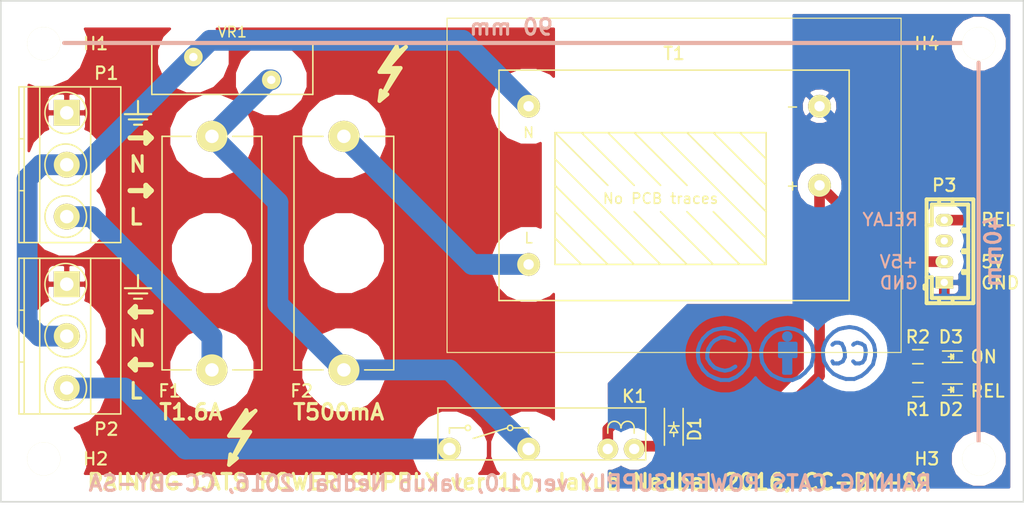
<source format=kicad_pcb>
(kicad_pcb (version 4) (host pcbnew "(2015-12-10 BZR 6367)-product")

  (general
    (links 22)
    (no_connects 0)
    (area 40.564999 40.564999 141.055944 89.945)
    (thickness 1.6)
    (drawings 48)
    (tracks 61)
    (zones 0)
    (modules 22)
    (nets 17)
  )

  (page A4)
  (title_block
    (title "Raining Cats Power Supply")
    (date 2016-09-25)
    (rev 1.0)
    (company "Serious Play Ltd")
    (comment 1 "Jakub Nedbal")
    (comment 2 "License: CC-BY-SA")
  )

  (layers
    (0 F.Cu signal)
    (31 B.Cu signal)
    (32 B.Adhes user)
    (33 F.Adhes user)
    (34 B.Paste user)
    (35 F.Paste user)
    (36 B.SilkS user)
    (37 F.SilkS user)
    (38 B.Mask user)
    (39 F.Mask user)
    (40 Dwgs.User user)
    (41 Cmts.User user)
    (42 Eco1.User user)
    (43 Eco2.User user)
    (44 Edge.Cuts user)
    (45 Margin user)
    (46 B.CrtYd user)
    (47 F.CrtYd user)
    (48 B.Fab user)
    (49 F.Fab user)
  )

  (setup
    (last_trace_width 0.25)
    (user_trace_width 0.508)
    (user_trace_width 1.024)
    (user_trace_width 1.5)
    (user_trace_width 2)
    (trace_clearance 0.2)
    (zone_clearance 1)
    (zone_45_only no)
    (trace_min 0.2)
    (segment_width 0.4)
    (edge_width 0.15)
    (via_size 0.6)
    (via_drill 0.4)
    (via_min_size 0.4)
    (via_min_drill 0.3)
    (uvia_size 0.3)
    (uvia_drill 0.1)
    (uvias_allowed no)
    (uvia_min_size 0.2)
    (uvia_min_drill 0.1)
    (pcb_text_width 0.3)
    (pcb_text_size 1.5 1.5)
    (mod_edge_width 0.15)
    (mod_text_size 1 1)
    (mod_text_width 0.15)
    (pad_size 3.2 3.2)
    (pad_drill 3.2)
    (pad_to_mask_clearance 0.2)
    (aux_axis_origin 0 0)
    (visible_elements FFFFFF7F)
    (pcbplotparams
      (layerselection 0x010f0_ffffffff)
      (usegerberextensions true)
      (excludeedgelayer true)
      (linewidth 0.100000)
      (plotframeref false)
      (viasonmask false)
      (mode 1)
      (useauxorigin false)
      (hpglpennumber 1)
      (hpglpenspeed 20)
      (hpglpendiameter 15)
      (hpglpenoverlay 2)
      (psnegative false)
      (psa4output false)
      (plotreference true)
      (plotvalue true)
      (plotinvisibletext false)
      (padsonsilk false)
      (subtractmaskfromsilk false)
      (outputformat 1)
      (mirror false)
      (drillshape 0)
      (scaleselection 1)
      (outputdirectory board/))
  )

  (net 0 "")
  (net 1 VCC)
  (net 2 /RELAY)
  (net 3 "Net-(D2-Pad2)")
  (net 4 "Net-(D3-Pad2)")
  (net 5 GND)
  (net 6 "Net-(F1-Pad1)")
  (net 7 /LINE)
  (net 8 /NEUTRAL)
  (net 9 "Net-(K1-Pad4)")
  (net 10 /EARTH)
  (net 11 "Net-(F2-Pad2)")
  (net 12 "Net-(H1-Pad1)")
  (net 13 "Net-(H2-Pad1)")
  (net 14 "Net-(H3-Pad1)")
  (net 15 "Net-(H4-Pad1)")
  (net 16 "Net-(P3-Pad3)")

  (net_class Default "This is the default net class."
    (clearance 0.2)
    (trace_width 0.25)
    (via_dia 0.6)
    (via_drill 0.4)
    (uvia_dia 0.3)
    (uvia_drill 0.1)
    (add_net /EARTH)
    (add_net /LINE)
    (add_net /NEUTRAL)
    (add_net /RELAY)
    (add_net GND)
    (add_net "Net-(D2-Pad2)")
    (add_net "Net-(D3-Pad2)")
    (add_net "Net-(F1-Pad1)")
    (add_net "Net-(F2-Pad2)")
    (add_net "Net-(H1-Pad1)")
    (add_net "Net-(H2-Pad1)")
    (add_net "Net-(H3-Pad1)")
    (add_net "Net-(H4-Pad1)")
    (add_net "Net-(K1-Pad4)")
    (add_net "Net-(P3-Pad3)")
    (add_net VCC)
  )

  (module Symbols:Symbol_Highvoltage_Type1_CopperTop_Small (layer F.Cu) (tedit 57E6CFAF) (tstamp 57E6D2B2)
    (at 62.992 83.312)
    (descr "Symbol, Highvoltage, Type 1, Copper Top, Small,")
    (tags "Symbol, Highvoltage, Type 1, Copper Top, Small,")
    (fp_text reference REF** (at 1.016 -5.207) (layer F.SilkS) hide
      (effects (font (size 1 1) (thickness 0.15)))
    )
    (fp_text value Symbol_Highvoltage_Type1_CopperTop_Small (at 0.508 4.191) (layer F.Fab)
      (effects (font (size 1 1) (thickness 0.15)))
    )
    (fp_line (start -0.381 -0.762) (end 1.27 -3.2385) (layer F.SilkS) (width 0.381))
    (fp_line (start 1.27 -3.2385) (end 1.397 -2.794) (layer F.SilkS) (width 0.381))
    (fp_line (start 1.397 -2.794) (end 0 -1.016) (layer F.SilkS) (width 0.381))
    (fp_line (start 0 -1.016) (end 1.143 -0.889) (layer F.SilkS) (width 0.381))
    (fp_line (start 2.159 -3.175) (end 0.381 -1.143) (layer F.SilkS) (width 0.381))
    (fp_line (start 0.381 -1.143) (end 1.651 -1.143) (layer F.SilkS) (width 0.381))
    (fp_line (start 2.159 -3.175) (end 1.397 -2.667) (layer F.SilkS) (width 0.381))
    (fp_line (start -0.381 -0.762) (end 1.016 -0.762) (layer F.SilkS) (width 0.381))
    (fp_line (start 1.016 -0.762) (end -0.254 1.778) (layer F.SilkS) (width 0.381))
    (fp_line (start -0.127 1.651) (end 1.651 -1.143) (layer F.SilkS) (width 0.381))
    (fp_line (start -0.254 1.016) (end -0.381 2.032) (layer F.SilkS) (width 0.381))
    (fp_line (start -0.381 2.032) (end 0.381 1.397) (layer F.SilkS) (width 0.381))
  )

  (module Symbols:Symbol_Highvoltage_Type1_CopperTop_Small (layer F.Cu) (tedit 57E6CFAF) (tstamp 57E67182)
    (at 77.47 48.26)
    (descr "Symbol, Highvoltage, Type 1, Copper Top, Small,")
    (tags "Symbol, Highvoltage, Type 1, Copper Top, Small,")
    (fp_text reference REF** (at 1.016 -5.207) (layer F.SilkS) hide
      (effects (font (size 1 1) (thickness 0.15)))
    )
    (fp_text value Symbol_Highvoltage_Type1_CopperTop_Small (at 0.508 4.191) (layer F.Fab)
      (effects (font (size 1 1) (thickness 0.15)))
    )
    (fp_line (start -0.381 -0.762) (end 1.27 -3.2385) (layer F.SilkS) (width 0.381))
    (fp_line (start 1.27 -3.2385) (end 1.397 -2.794) (layer F.SilkS) (width 0.381))
    (fp_line (start 1.397 -2.794) (end 0 -1.016) (layer F.SilkS) (width 0.381))
    (fp_line (start 0 -1.016) (end 1.143 -0.889) (layer F.SilkS) (width 0.381))
    (fp_line (start 2.159 -3.175) (end 0.381 -1.143) (layer F.SilkS) (width 0.381))
    (fp_line (start 0.381 -1.143) (end 1.651 -1.143) (layer F.SilkS) (width 0.381))
    (fp_line (start 2.159 -3.175) (end 1.397 -2.667) (layer F.SilkS) (width 0.381))
    (fp_line (start -0.381 -0.762) (end 1.016 -0.762) (layer F.SilkS) (width 0.381))
    (fp_line (start 1.016 -0.762) (end -0.254 1.778) (layer F.SilkS) (width 0.381))
    (fp_line (start -0.127 1.651) (end 1.651 -1.143) (layer F.SilkS) (width 0.381))
    (fp_line (start -0.254 1.016) (end -0.381 2.032) (layer F.SilkS) (width 0.381))
    (fp_line (start -0.381 2.032) (end 0.381 1.397) (layer F.SilkS) (width 0.381))
  )

  (module Diodes_SMD:SOD-123 (layer F.Cu) (tedit 57E668E5) (tstamp 57E45B53)
    (at 105.41 81.915 270)
    (descr SOD-123)
    (tags SOD-123)
    (path /57DB7F92)
    (attr smd)
    (fp_text reference D1 (at 0 -2 270) (layer F.SilkS)
      (effects (font (size 1.2 1.2) (thickness 0.2)))
    )
    (fp_text value 1N5819 (at 0 2.1 270) (layer F.Fab)
      (effects (font (size 1 1) (thickness 0.15)))
    )
    (fp_line (start 0.3175 0) (end 0.6985 0) (layer F.SilkS) (width 0.15))
    (fp_line (start -0.6985 0) (end -0.3175 0) (layer F.SilkS) (width 0.15))
    (fp_line (start -0.3175 0) (end 0.3175 -0.381) (layer F.SilkS) (width 0.15))
    (fp_line (start 0.3175 -0.381) (end 0.3175 0.381) (layer F.SilkS) (width 0.15))
    (fp_line (start 0.3175 0.381) (end -0.3175 0) (layer F.SilkS) (width 0.15))
    (fp_line (start -0.3175 -0.508) (end -0.3175 0.508) (layer F.SilkS) (width 0.15))
    (fp_line (start -2.25 -1.05) (end 2.25 -1.05) (layer F.CrtYd) (width 0.05))
    (fp_line (start 2.25 -1.05) (end 2.25 1.05) (layer F.CrtYd) (width 0.05))
    (fp_line (start 2.25 1.05) (end -2.25 1.05) (layer F.CrtYd) (width 0.05))
    (fp_line (start -2.25 -1.05) (end -2.25 1.05) (layer F.CrtYd) (width 0.05))
    (fp_line (start -2 0.9) (end 1.54 0.9) (layer F.SilkS) (width 0.15))
    (fp_line (start -2 -0.9) (end 1.54 -0.9) (layer F.SilkS) (width 0.15))
    (pad 1 smd rect (at -1.635 0 270) (size 0.91 1.22) (layers F.Cu F.Paste F.Mask)
      (net 1 VCC))
    (pad 2 smd rect (at 1.635 0 270) (size 0.91 1.22) (layers F.Cu F.Paste F.Mask)
      (net 2 /RELAY))
    (model jakub.3dshapes/diodes/sod123.wrl
      (at (xyz 0 0 0))
      (scale (xyz 1 1 1))
      (rotate (xyz 0 0 180))
    )
  )

  (module LEDs:LED_0603 (layer F.Cu) (tedit 57E6693C) (tstamp 57E45B59)
    (at 132.08 78.105 180)
    (descr "LED 0603 smd package")
    (tags "LED led 0603 SMD smd SMT smt smdled SMDLED smtled SMTLED")
    (path /577B144E)
    (attr smd)
    (fp_text reference D2 (at 0 -1.905 180) (layer F.SilkS)
      (effects (font (size 1.2 1.2) (thickness 0.2)))
    )
    (fp_text value "LED GREEN" (at 0 1.5 180) (layer F.Fab)
      (effects (font (size 1 1) (thickness 0.15)))
    )
    (fp_line (start -0.3 -0.2) (end -0.3 0.2) (layer F.Fab) (width 0.15))
    (fp_line (start -0.2 0) (end 0.1 -0.2) (layer F.Fab) (width 0.15))
    (fp_line (start 0.1 0.2) (end -0.2 0) (layer F.Fab) (width 0.15))
    (fp_line (start 0.1 -0.2) (end 0.1 0.2) (layer F.Fab) (width 0.15))
    (fp_line (start 0.8 0.4) (end -0.8 0.4) (layer F.Fab) (width 0.15))
    (fp_line (start 0.8 -0.4) (end 0.8 0.4) (layer F.Fab) (width 0.15))
    (fp_line (start -0.8 -0.4) (end 0.8 -0.4) (layer F.Fab) (width 0.15))
    (fp_line (start -0.8 0.4) (end -0.8 -0.4) (layer F.Fab) (width 0.15))
    (fp_line (start -1.1 0.55) (end 0.8 0.55) (layer F.SilkS) (width 0.15))
    (fp_line (start -1.1 -0.55) (end 0.8 -0.55) (layer F.SilkS) (width 0.15))
    (fp_line (start -0.2 0) (end 0.25 0) (layer F.SilkS) (width 0.15))
    (fp_line (start -0.25 -0.25) (end -0.25 0.25) (layer F.SilkS) (width 0.15))
    (fp_line (start -0.25 0) (end 0 -0.25) (layer F.SilkS) (width 0.15))
    (fp_line (start 0 -0.25) (end 0 0.25) (layer F.SilkS) (width 0.15))
    (fp_line (start 0 0.25) (end -0.25 0) (layer F.SilkS) (width 0.15))
    (fp_line (start 1.4 -0.75) (end 1.4 0.75) (layer F.CrtYd) (width 0.05))
    (fp_line (start 1.4 0.75) (end -1.4 0.75) (layer F.CrtYd) (width 0.05))
    (fp_line (start -1.4 0.75) (end -1.4 -0.75) (layer F.CrtYd) (width 0.05))
    (fp_line (start -1.4 -0.75) (end 1.4 -0.75) (layer F.CrtYd) (width 0.05))
    (pad 2 smd rect (at 0.7493 0) (size 0.79756 0.79756) (layers F.Cu F.Paste F.Mask)
      (net 3 "Net-(D2-Pad2)"))
    (pad 1 smd rect (at -0.7493 0) (size 0.79756 0.79756) (layers F.Cu F.Paste F.Mask)
      (net 2 /RELAY))
    (model jakub.3dshapes/LED/LED-0603.wrl
      (at (xyz 0 0 0))
      (scale (xyz 1 1 1))
      (rotate (xyz 0 0 180))
    )
  )

  (module LEDs:LED_0603 (layer F.Cu) (tedit 57E66953) (tstamp 57E45B5F)
    (at 132.08 74.93 180)
    (descr "LED 0603 smd package")
    (tags "LED led 0603 SMD smd SMT smt smdled SMDLED smtled SMTLED")
    (path /57DB50F0)
    (attr smd)
    (fp_text reference D3 (at 0 1.905 180) (layer F.SilkS)
      (effects (font (size 1.2 1.2) (thickness 0.2)))
    )
    (fp_text value "LED GREEN" (at 0 1.5 180) (layer F.Fab)
      (effects (font (size 1 1) (thickness 0.15)))
    )
    (fp_line (start -0.3 -0.2) (end -0.3 0.2) (layer F.Fab) (width 0.15))
    (fp_line (start -0.2 0) (end 0.1 -0.2) (layer F.Fab) (width 0.15))
    (fp_line (start 0.1 0.2) (end -0.2 0) (layer F.Fab) (width 0.15))
    (fp_line (start 0.1 -0.2) (end 0.1 0.2) (layer F.Fab) (width 0.15))
    (fp_line (start 0.8 0.4) (end -0.8 0.4) (layer F.Fab) (width 0.15))
    (fp_line (start 0.8 -0.4) (end 0.8 0.4) (layer F.Fab) (width 0.15))
    (fp_line (start -0.8 -0.4) (end 0.8 -0.4) (layer F.Fab) (width 0.15))
    (fp_line (start -0.8 0.4) (end -0.8 -0.4) (layer F.Fab) (width 0.15))
    (fp_line (start -1.1 0.55) (end 0.8 0.55) (layer F.SilkS) (width 0.15))
    (fp_line (start -1.1 -0.55) (end 0.8 -0.55) (layer F.SilkS) (width 0.15))
    (fp_line (start -0.2 0) (end 0.25 0) (layer F.SilkS) (width 0.15))
    (fp_line (start -0.25 -0.25) (end -0.25 0.25) (layer F.SilkS) (width 0.15))
    (fp_line (start -0.25 0) (end 0 -0.25) (layer F.SilkS) (width 0.15))
    (fp_line (start 0 -0.25) (end 0 0.25) (layer F.SilkS) (width 0.15))
    (fp_line (start 0 0.25) (end -0.25 0) (layer F.SilkS) (width 0.15))
    (fp_line (start 1.4 -0.75) (end 1.4 0.75) (layer F.CrtYd) (width 0.05))
    (fp_line (start 1.4 0.75) (end -1.4 0.75) (layer F.CrtYd) (width 0.05))
    (fp_line (start -1.4 0.75) (end -1.4 -0.75) (layer F.CrtYd) (width 0.05))
    (fp_line (start -1.4 -0.75) (end 1.4 -0.75) (layer F.CrtYd) (width 0.05))
    (pad 2 smd rect (at 0.7493 0) (size 0.79756 0.79756) (layers F.Cu F.Paste F.Mask)
      (net 4 "Net-(D3-Pad2)"))
    (pad 1 smd rect (at -0.7493 0) (size 0.79756 0.79756) (layers F.Cu F.Paste F.Mask)
      (net 5 GND))
    (model jakub.3dshapes/LED/LED-0603.wrl
      (at (xyz 0 0 0))
      (scale (xyz 1 1 1))
      (rotate (xyz 0 0 180))
    )
  )

  (module Fuse_Holders_and_Fuses:Fuseholder5x20_horiz_open_Schurter_0031_8201 (layer F.Cu) (tedit 57E6DC57) (tstamp 57E45B66)
    (at 60.96 76.2 90)
    (descr http://www.schurter.com/var/schurter/storage/ilcatalogue/files/document/datasheet/en/pdf/typ_OGN.pdf)
    (tags "Fuseholder horizontal open 5x20 Schurter 0031.8201")
    (path /577B1092)
    (fp_text reference F1 (at -2.032 -4.064 180) (layer F.SilkS)
      (effects (font (size 1.2 1.2) (thickness 0.2)))
    )
    (fp_text value T1.6A (at 11.25 6 90) (layer F.Fab)
      (effects (font (size 1 1) (thickness 0.15)))
    )
    (fp_arc (start 22.5 0) (end 22.75 -1.95) (angle 165.3) (layer F.CrtYd) (width 0.05))
    (fp_arc (start 0 0) (end -0.25 1.95) (angle 165.3) (layer F.CrtYd) (width 0.05))
    (fp_line (start -0.25 5.05) (end -0.25 1.95) (layer F.CrtYd) (width 0.05))
    (fp_line (start 22.5 4.8) (end 22.5 2) (layer F.SilkS) (width 0.15))
    (fp_line (start 22.5 -2) (end 22.5 -4.8) (layer F.SilkS) (width 0.15))
    (fp_line (start 0 -2) (end 0 -4.8) (layer F.SilkS) (width 0.15))
    (fp_line (start 0 -4.8) (end 22.5 -4.8) (layer F.SilkS) (width 0.15))
    (fp_line (start 22.75 5.05) (end -0.25 5.05) (layer F.CrtYd) (width 0.05))
    (fp_line (start -0.25 -5.05) (end 22.75 -5.05) (layer F.CrtYd) (width 0.05))
    (fp_line (start 0 4.8) (end 22.5 4.8) (layer F.SilkS) (width 0.15))
    (fp_line (start -0.25 -1.95) (end -0.25 -5.05) (layer F.CrtYd) (width 0.05))
    (fp_line (start 22.75 -1.95) (end 22.75 -5.05) (layer F.CrtYd) (width 0.05))
    (fp_line (start 22.75 1.95) (end 22.75 5.05) (layer F.CrtYd) (width 0.05))
    (fp_line (start 0 4.8) (end 0 2) (layer F.SilkS) (width 0.15))
    (pad 1 thru_hole circle (at 0 0 90) (size 3 3) (drill 1.3) (layers *.Cu *.Mask F.SilkS)
      (net 6 "Net-(F1-Pad1)"))
    (pad 2 thru_hole circle (at 22.5 0 90) (size 3 3) (drill 1.3) (layers *.Cu *.Mask F.SilkS)
      (net 7 /LINE))
    (pad "" np_thru_hole circle (at 11.25 0 90) (size 2.7 2.7) (drill 2.7) (layers *.Cu *.Mask))
    (model jakub.3dshapes/fuses/schurter_0031-8201.wrl
      (at (xyz -0.01 0.185 -0.16))
      (scale (xyz 0.3937 0.3937 0.3937))
      (rotate (xyz -90 0 0))
    )
  )

  (module Fuse_Holders_and_Fuses:Fuseholder5x20_horiz_open_Schurter_0031_8201 (layer F.Cu) (tedit 57E6DC47) (tstamp 57E45B6D)
    (at 73.66 76.2 90)
    (descr http://www.schurter.com/var/schurter/storage/ilcatalogue/files/document/datasheet/en/pdf/typ_OGN.pdf)
    (tags "Fuseholder horizontal open 5x20 Schurter 0031.8201")
    (path /57E45254)
    (fp_text reference F2 (at -2.032 -4.064 180) (layer F.SilkS)
      (effects (font (size 1.2 1.2) (thickness 0.2)))
    )
    (fp_text value T1A (at 11.25 6 90) (layer F.Fab)
      (effects (font (size 1 1) (thickness 0.15)))
    )
    (fp_arc (start 22.5 0) (end 22.75 -1.95) (angle 165.3) (layer F.CrtYd) (width 0.05))
    (fp_arc (start 0 0) (end -0.25 1.95) (angle 165.3) (layer F.CrtYd) (width 0.05))
    (fp_line (start -0.25 5.05) (end -0.25 1.95) (layer F.CrtYd) (width 0.05))
    (fp_line (start 22.5 4.8) (end 22.5 2) (layer F.SilkS) (width 0.15))
    (fp_line (start 22.5 -2) (end 22.5 -4.8) (layer F.SilkS) (width 0.15))
    (fp_line (start 0 -2) (end 0 -4.8) (layer F.SilkS) (width 0.15))
    (fp_line (start 0 -4.8) (end 22.5 -4.8) (layer F.SilkS) (width 0.15))
    (fp_line (start 22.75 5.05) (end -0.25 5.05) (layer F.CrtYd) (width 0.05))
    (fp_line (start -0.25 -5.05) (end 22.75 -5.05) (layer F.CrtYd) (width 0.05))
    (fp_line (start 0 4.8) (end 22.5 4.8) (layer F.SilkS) (width 0.15))
    (fp_line (start -0.25 -1.95) (end -0.25 -5.05) (layer F.CrtYd) (width 0.05))
    (fp_line (start 22.75 -1.95) (end 22.75 -5.05) (layer F.CrtYd) (width 0.05))
    (fp_line (start 22.75 1.95) (end 22.75 5.05) (layer F.CrtYd) (width 0.05))
    (fp_line (start 0 4.8) (end 0 2) (layer F.SilkS) (width 0.15))
    (pad 1 thru_hole circle (at 0 0 90) (size 3 3) (drill 1.3) (layers *.Cu *.Mask F.SilkS)
      (net 7 /LINE))
    (pad 2 thru_hole circle (at 22.5 0 90) (size 3 3) (drill 1.3) (layers *.Cu *.Mask F.SilkS)
      (net 11 "Net-(F2-Pad2)"))
    (pad "" np_thru_hole circle (at 11.25 0 90) (size 2.7 2.7) (drill 2.7) (layers *.Cu *.Mask))
    (model jakub.3dshapes/fuses/schurter_0031-8201.wrl
      (at (xyz -0.01 0.185 -0.16))
      (scale (xyz 0.3937 0.3937 0.3937))
      (rotate (xyz -90 0 0))
    )
  )

  (module jakub:PCNrelay (layer F.Cu) (tedit 57E6CD12) (tstamp 57E45B75)
    (at 101.6 83.82 180)
    (path /577B0019)
    (fp_text reference K1 (at 0 5.08 180) (layer F.SilkS)
      (effects (font (size 1.2 1.2) (thickness 0.2)))
    )
    (fp_text value RELAY (at 9.525 5.08 180) (layer F.Fab)
      (effects (font (size 1 1) (thickness 0.15)))
    )
    (fp_line (start 0 1.524) (end 0 2.032) (layer F.SilkS) (width 0.15))
    (fp_line (start 2.54 1.524) (end 2.54 2.032) (layer F.SilkS) (width 0.15))
    (fp_line (start 11.684 2.032) (end 10.16 2.032) (layer F.SilkS) (width 0.15))
    (fp_line (start 17.78 2.032) (end 16.256 2.032) (layer F.SilkS) (width 0.15))
    (fp_line (start 12.192 2.032) (end 15.494 1.016) (layer F.SilkS) (width 0.15))
    (fp_line (start 10.16 1.524) (end 10.16 2.032) (layer F.SilkS) (width 0.15))
    (fp_line (start 17.78 2.032) (end 17.78 1.524) (layer F.SilkS) (width 0.15))
    (fp_circle (center 16.002 2.032) (end 15.748 2.032) (layer F.SilkS) (width 0.15))
    (fp_circle (center 11.938 2.032) (end 12.192 2.032) (layer F.SilkS) (width 0.15))
    (fp_arc (start 1.905 2.032) (end 2.54 2.032) (angle 90) (layer F.SilkS) (width 0.15))
    (fp_arc (start 1.905 2.032) (end 1.905 2.667) (angle 90) (layer F.SilkS) (width 0.15))
    (fp_arc (start 0.635 2.032) (end 1.27 2.032) (angle 90) (layer F.SilkS) (width 0.15))
    (fp_arc (start 0.635 2.032) (end 0.635 2.667) (angle 90) (layer F.SilkS) (width 0.15))
    (fp_line (start 18.89 3.95) (end -1.11 3.95) (layer F.SilkS) (width 0.15))
    (fp_line (start -1.11 3.95) (end -1.11 -1.05) (layer F.SilkS) (width 0.15))
    (fp_line (start 18.89 -1.05) (end 18.89 3.95) (layer F.SilkS) (width 0.15))
    (fp_line (start -1.11 -1.05) (end 18.89 -1.05) (layer F.SilkS) (width 0.15))
    (pad 1 thru_hole circle (at 0 0 180) (size 2 2) (drill 1) (layers *.Cu *.Mask F.SilkS)
      (net 2 /RELAY))
    (pad 2 thru_hole circle (at 2.54 0 180) (size 2 2) (drill 1) (layers *.Cu *.Mask F.SilkS)
      (net 1 VCC))
    (pad 3 thru_hole circle (at 10.16 0 180) (size 2.2 2.2) (drill 1.2) (layers *.Cu *.Mask F.SilkS)
      (net 7 /LINE))
    (pad 4 thru_hole circle (at 17.78 0 180) (size 2.2 2.2) (drill 1.2) (layers *.Cu *.Mask F.SilkS)
      (net 9 "Net-(K1-Pad4)"))
    (model jakub.3dshapes/relays/Tyco/PCNrelay.wrl
      (at (xyz -0.044 0.0415 -0.138))
      (scale (xyz 0.3937 0.3937 0.3937))
      (rotate (xyz -90 0 0))
    )
  )

  (module Terminal_Blocks:TerminalBlock_Pheonix_MKDS1.5-3pol (layer F.Cu) (tedit 57E66889) (tstamp 57E45B7C)
    (at 46.99 51.435 270)
    (descr "3-way 5mm pitch terminal block, Phoenix MKDS series")
    (path /577AFB60)
    (fp_text reference P1 (at -3.81 -3.81 360) (layer F.SilkS)
      (effects (font (size 1.2 1.2) (thickness 0.2)))
    )
    (fp_text value "3way terminal" (at 5 -6.6 270) (layer F.Fab)
      (effects (font (size 1 1) (thickness 0.15)))
    )
    (fp_line (start -2.7 4.8) (end -2.7 -5.4) (layer F.CrtYd) (width 0.05))
    (fp_line (start 12.7 4.8) (end -2.7 4.8) (layer F.CrtYd) (width 0.05))
    (fp_line (start 12.7 -5.4) (end 12.7 4.8) (layer F.CrtYd) (width 0.05))
    (fp_line (start -2.7 -5.4) (end 12.7 -5.4) (layer F.CrtYd) (width 0.05))
    (fp_circle (center 10 0.1) (end 8 0.1) (layer F.SilkS) (width 0.15))
    (fp_line (start 7.5 4.1) (end 7.5 4.6) (layer F.SilkS) (width 0.15))
    (fp_line (start 2.5 4.1) (end 2.5 4.6) (layer F.SilkS) (width 0.15))
    (fp_circle (center 5 0.1) (end 3 0.1) (layer F.SilkS) (width 0.15))
    (fp_circle (center 0 0.1) (end 2 0.1) (layer F.SilkS) (width 0.15))
    (fp_line (start -2.5 2.6) (end 12.5 2.6) (layer F.SilkS) (width 0.15))
    (fp_line (start -2.5 -2.3) (end 12.5 -2.3) (layer F.SilkS) (width 0.15))
    (fp_line (start -2.5 4.1) (end 12.5 4.1) (layer F.SilkS) (width 0.15))
    (fp_line (start -2.5 4.6) (end 12.5 4.6) (layer F.SilkS) (width 0.15))
    (fp_line (start 12.5 4.6) (end 12.5 -5.2) (layer F.SilkS) (width 0.15))
    (fp_line (start 12.5 -5.2) (end -2.5 -5.2) (layer F.SilkS) (width 0.15))
    (fp_line (start -2.5 -5.2) (end -2.5 4.6) (layer F.SilkS) (width 0.15))
    (pad 3 thru_hole circle (at 10 0 270) (size 2.5 2.5) (drill 1.3) (layers *.Cu *.Mask F.SilkS)
      (net 6 "Net-(F1-Pad1)"))
    (pad 1 thru_hole rect (at 0 0 270) (size 2.5 2.5) (drill 1.3) (layers *.Cu *.Mask F.SilkS)
      (net 10 /EARTH))
    (pad 2 thru_hole circle (at 5 0 270) (size 2.5 2.5) (drill 1.3) (layers *.Cu *.Mask F.SilkS)
      (net 8 /NEUTRAL))
    (model Terminal_Blocks.3dshapes/TerminalBlock_Pheonix_MKDS1.5-3pol.wrl
      (at (xyz 0.1968 0 0))
      (scale (xyz 1 1 1))
      (rotate (xyz 0 0 0))
    )
  )

  (module Terminal_Blocks:TerminalBlock_Pheonix_MKDS1.5-3pol (layer F.Cu) (tedit 57E66893) (tstamp 57E45B83)
    (at 46.99 67.945 270)
    (descr "3-way 5mm pitch terminal block, Phoenix MKDS series")
    (path /57D9C98D)
    (fp_text reference P2 (at 13.97 -3.81 360) (layer F.SilkS)
      (effects (font (size 1.2 1.2) (thickness 0.2)))
    )
    (fp_text value "3way terminal" (at 5 -6.6 270) (layer F.Fab)
      (effects (font (size 1 1) (thickness 0.15)))
    )
    (fp_line (start -2.7 4.8) (end -2.7 -5.4) (layer F.CrtYd) (width 0.05))
    (fp_line (start 12.7 4.8) (end -2.7 4.8) (layer F.CrtYd) (width 0.05))
    (fp_line (start 12.7 -5.4) (end 12.7 4.8) (layer F.CrtYd) (width 0.05))
    (fp_line (start -2.7 -5.4) (end 12.7 -5.4) (layer F.CrtYd) (width 0.05))
    (fp_circle (center 10 0.1) (end 8 0.1) (layer F.SilkS) (width 0.15))
    (fp_line (start 7.5 4.1) (end 7.5 4.6) (layer F.SilkS) (width 0.15))
    (fp_line (start 2.5 4.1) (end 2.5 4.6) (layer F.SilkS) (width 0.15))
    (fp_circle (center 5 0.1) (end 3 0.1) (layer F.SilkS) (width 0.15))
    (fp_circle (center 0 0.1) (end 2 0.1) (layer F.SilkS) (width 0.15))
    (fp_line (start -2.5 2.6) (end 12.5 2.6) (layer F.SilkS) (width 0.15))
    (fp_line (start -2.5 -2.3) (end 12.5 -2.3) (layer F.SilkS) (width 0.15))
    (fp_line (start -2.5 4.1) (end 12.5 4.1) (layer F.SilkS) (width 0.15))
    (fp_line (start -2.5 4.6) (end 12.5 4.6) (layer F.SilkS) (width 0.15))
    (fp_line (start 12.5 4.6) (end 12.5 -5.2) (layer F.SilkS) (width 0.15))
    (fp_line (start 12.5 -5.2) (end -2.5 -5.2) (layer F.SilkS) (width 0.15))
    (fp_line (start -2.5 -5.2) (end -2.5 4.6) (layer F.SilkS) (width 0.15))
    (pad 3 thru_hole circle (at 10 0 270) (size 2.5 2.5) (drill 1.3) (layers *.Cu *.Mask F.SilkS)
      (net 9 "Net-(K1-Pad4)"))
    (pad 1 thru_hole rect (at 0 0 270) (size 2.5 2.5) (drill 1.3) (layers *.Cu *.Mask F.SilkS)
      (net 10 /EARTH))
    (pad 2 thru_hole circle (at 5 0 270) (size 2.5 2.5) (drill 1.3) (layers *.Cu *.Mask F.SilkS)
      (net 8 /NEUTRAL))
    (model Terminal_Blocks.3dshapes/TerminalBlock_Pheonix_MKDS1.5-3pol.wrl
      (at (xyz 0.1968 0 0))
      (scale (xyz 1 1 1))
      (rotate (xyz 0 0 0))
    )
  )

  (module jakub:JST_PH_04way_vert (layer F.Cu) (tedit 57E6D989) (tstamp 57E45B8B)
    (at 131.445 64.77 90)
    (descr "JST PH series connector, B4B-PH-KL")
    (path /57D9CED1)
    (fp_text reference P3 (at 6.35 0 180) (layer F.SilkS)
      (effects (font (size 1.2 1.2) (thickness 0.2)))
    )
    (fp_text value "4way connector" (at 0 4.20116 90) (layer F.Fab)
      (effects (font (thickness 0.3048)))
    )
    (fp_line (start 0.09906 1.80086) (end 0.09906 2.30124) (layer F.SilkS) (width 0.381))
    (fp_line (start -0.09906 1.80086) (end 0.09906 1.80086) (layer F.SilkS) (width 0.381))
    (fp_line (start -0.09906 2.30124) (end -0.09906 1.80086) (layer F.SilkS) (width 0.381))
    (fp_line (start -5.00126 2.79908) (end 5.00126 2.79908) (layer F.SilkS) (width 0.381))
    (fp_line (start 4.50088 2.30124) (end -4.50088 2.30124) (layer F.SilkS) (width 0.381))
    (fp_line (start -5.00126 -1.69926) (end 5.00126 -1.69926) (layer F.SilkS) (width 0.381))
    (fp_line (start -1.90246 1.80086) (end -1.90246 2.30124) (layer F.SilkS) (width 0.381))
    (fp_line (start -2.10058 1.80086) (end -1.90246 1.80086) (layer F.SilkS) (width 0.381))
    (fp_line (start -2.10058 2.30124) (end -2.10058 1.80086) (layer F.SilkS) (width 0.381))
    (fp_line (start 1.89992 2.30124) (end 1.89992 1.80086) (layer F.SilkS) (width 0.381))
    (fp_line (start 1.89992 1.80086) (end 2.09804 1.80086) (layer F.SilkS) (width 0.381))
    (fp_line (start 2.09804 1.80086) (end 2.09804 2.30124) (layer F.SilkS) (width 0.381))
    (fp_line (start 5.00126 -0.50038) (end 4.50088 -0.50038) (layer F.SilkS) (width 0.381))
    (fp_line (start 4.50088 0.8001) (end 5.00126 0.8001) (layer F.SilkS) (width 0.381))
    (fp_line (start -4.50088 0.8001) (end -5.00126 0.8001) (layer F.SilkS) (width 0.381))
    (fp_line (start -4.50088 -0.50038) (end -5.00126 -0.50038) (layer F.SilkS) (width 0.381))
    (fp_line (start -2.5019 -1.69926) (end -2.5019 -1.19888) (layer F.SilkS) (width 0.381))
    (fp_line (start -2.5019 -1.19888) (end -4.50088 -1.19888) (layer F.SilkS) (width 0.381))
    (fp_line (start -4.50088 -1.19888) (end -4.50088 2.30124) (layer F.SilkS) (width 0.381))
    (fp_line (start 4.50088 2.30124) (end 4.50088 -1.19888) (layer F.SilkS) (width 0.381))
    (fp_line (start 4.50088 -1.19888) (end 2.5019 -1.19888) (layer F.SilkS) (width 0.381))
    (fp_line (start 2.5019 -1.19888) (end 2.5019 -1.69926) (layer F.SilkS) (width 0.381))
    (fp_line (start -5.00126 -1.69926) (end -5.00126 2.79908) (layer F.SilkS) (width 0.381))
    (fp_line (start 5.00126 -1.69926) (end 5.00126 2.79908) (layer F.SilkS) (width 0.381))
    (fp_line (start -3.302 -1.69926) (end -3.302 -1.89992) (layer F.SilkS) (width 0.381))
    (fp_line (start -3.302 -1.89992) (end -3.60172 -1.89992) (layer F.SilkS) (width 0.381))
    (fp_line (start -3.60172 -1.89992) (end -3.60172 -1.69926) (layer F.SilkS) (width 0.381))
    (pad 1 thru_hole rect (at -3.00228 0 90) (size 1.19888 1.69926) (drill 0.70104) (layers *.Cu *.Mask F.SilkS)
      (net 5 GND))
    (pad 3 thru_hole oval (at 1.00076 0 90) (size 1.19888 1.69926) (drill 0.70104) (layers *.Cu *.Mask F.SilkS)
      (net 16 "Net-(P3-Pad3)"))
    (pad 2 thru_hole oval (at -1.00076 0 90) (size 1.19888 1.69926) (drill 0.70104) (layers *.Cu *.Mask F.SilkS)
      (net 1 VCC))
    (pad 4 thru_hole oval (at 2.99974 0 90) (size 1.19888 1.69926) (drill 0.70104) (layers *.Cu *.Mask F.SilkS)
      (net 2 /RELAY))
    (model jakub.3dshapes/connectors/JST-PH/b4b-ph-kl.wrl
      (at (xyz 0 0 0))
      (scale (xyz 1 1 1))
      (rotate (xyz 0 0 0))
    )
  )

  (module Resistors_SMD:R_0603 (layer F.Cu) (tedit 57E66939) (tstamp 57E45B91)
    (at 128.905 78.105)
    (descr "Resistor SMD 0603, reflow soldering, Vishay (see dcrcw.pdf)")
    (tags "resistor 0603")
    (path /577B122C)
    (attr smd)
    (fp_text reference R1 (at 0 1.905) (layer F.SilkS)
      (effects (font (size 1.2 1.2) (thickness 0.2)))
    )
    (fp_text value 10k (at 0 1.9) (layer F.Fab)
      (effects (font (size 1 1) (thickness 0.15)))
    )
    (fp_line (start -1.3 -0.8) (end 1.3 -0.8) (layer F.CrtYd) (width 0.05))
    (fp_line (start -1.3 0.8) (end 1.3 0.8) (layer F.CrtYd) (width 0.05))
    (fp_line (start -1.3 -0.8) (end -1.3 0.8) (layer F.CrtYd) (width 0.05))
    (fp_line (start 1.3 -0.8) (end 1.3 0.8) (layer F.CrtYd) (width 0.05))
    (fp_line (start 0.5 0.675) (end -0.5 0.675) (layer F.SilkS) (width 0.15))
    (fp_line (start -0.5 -0.675) (end 0.5 -0.675) (layer F.SilkS) (width 0.15))
    (pad 1 smd rect (at -0.75 0) (size 0.5 0.9) (layers F.Cu F.Paste F.Mask)
      (net 1 VCC))
    (pad 2 smd rect (at 0.75 0) (size 0.5 0.9) (layers F.Cu F.Paste F.Mask)
      (net 3 "Net-(D2-Pad2)"))
    (model Resistors_SMD.3dshapes/R_0603.wrl
      (at (xyz 0 0 0))
      (scale (xyz 1 1 1))
      (rotate (xyz 0 0 0))
    )
  )

  (module Resistors_SMD:R_0603 (layer F.Cu) (tedit 57E6694B) (tstamp 57E45B97)
    (at 128.905 74.93)
    (descr "Resistor SMD 0603, reflow soldering, Vishay (see dcrcw.pdf)")
    (tags "resistor 0603")
    (path /57DB4CDD)
    (attr smd)
    (fp_text reference R2 (at 0 -1.905) (layer F.SilkS)
      (effects (font (size 1.2 1.2) (thickness 0.2)))
    )
    (fp_text value 10k (at 0 1.9) (layer F.Fab)
      (effects (font (size 1 1) (thickness 0.15)))
    )
    (fp_line (start -1.3 -0.8) (end 1.3 -0.8) (layer F.CrtYd) (width 0.05))
    (fp_line (start -1.3 0.8) (end 1.3 0.8) (layer F.CrtYd) (width 0.05))
    (fp_line (start -1.3 -0.8) (end -1.3 0.8) (layer F.CrtYd) (width 0.05))
    (fp_line (start 1.3 -0.8) (end 1.3 0.8) (layer F.CrtYd) (width 0.05))
    (fp_line (start 0.5 0.675) (end -0.5 0.675) (layer F.SilkS) (width 0.15))
    (fp_line (start -0.5 -0.675) (end 0.5 -0.675) (layer F.SilkS) (width 0.15))
    (pad 1 smd rect (at -0.75 0) (size 0.5 0.9) (layers F.Cu F.Paste F.Mask)
      (net 1 VCC))
    (pad 2 smd rect (at 0.75 0) (size 0.5 0.9) (layers F.Cu F.Paste F.Mask)
      (net 4 "Net-(D3-Pad2)"))
    (model Resistors_SMD.3dshapes/R_0603.wrl
      (at (xyz 0 0 0))
      (scale (xyz 1 1 1))
      (rotate (xyz 0 0 0))
    )
  )

  (module jakub:RAC01-02 (layer F.Cu) (tedit 57E668D7) (tstamp 57E45B9F)
    (at 91.44 66.04)
    (path /577AE215)
    (fp_text reference T1 (at 14 -20.32) (layer F.SilkS)
      (effects (font (size 1.2 1.2) (thickness 0.2)))
    )
    (fp_text value 5V/1W (at 14 5.08) (layer F.Fab)
      (effects (font (size 1 1) (thickness 0.15)))
    )
    (fp_line (start 17.78 -5.08) (end 22.86 0) (layer F.SilkS) (width 0.15))
    (fp_line (start 10.16 -12.7) (end 15.24 -7.62) (layer F.SilkS) (width 0.15))
    (fp_line (start 15.24 -5.08) (end 20.32 0) (layer F.SilkS) (width 0.15))
    (fp_line (start 7.62 -12.7) (end 12.7 -7.62) (layer F.SilkS) (width 0.15))
    (fp_line (start 12.7 -5.08) (end 17.78 0) (layer F.SilkS) (width 0.15))
    (fp_line (start 5.08 -12.7) (end 10.16 -7.62) (layer F.SilkS) (width 0.15))
    (fp_line (start 10.16 -5.08) (end 15.24 0) (layer F.SilkS) (width 0.15))
    (fp_line (start 2.54 -12.7) (end 7.62 -7.62) (layer F.SilkS) (width 0.15))
    (fp_text user "No PCB traces" (at 12.7 -6.35) (layer F.SilkS)
      (effects (font (size 1 1) (thickness 0.15)))
    )
    (fp_line (start -7.85 -23.72) (end 35.85 -23.72) (layer F.SilkS) (width 0.11))
    (fp_line (start 35.85 -23.72) (end 35.85 8.48) (layer F.SilkS) (width 0.1))
    (fp_line (start 35.85 8.48) (end -7.85 8.48) (layer F.SilkS) (width 0.1))
    (fp_line (start -7.85 -23.72) (end -7.85 8.48) (layer F.SilkS) (width 0.1))
    (fp_line (start 20.32 -12.7) (end 22.86 -10.16) (layer F.SilkS) (width 0.15))
    (fp_line (start 17.78 -12.7) (end 22.86 -7.62) (layer F.SilkS) (width 0.15))
    (fp_line (start 15.24 -12.7) (end 22.86 -5.08) (layer F.SilkS) (width 0.15))
    (fp_line (start 12.7 -12.7) (end 22.86 -2.54) (layer F.SilkS) (width 0.15))
    (fp_line (start 2.54 -10.16) (end 12.7 0) (layer F.SilkS) (width 0.15))
    (fp_line (start 2.54 -7.62) (end 10.16 0) (layer F.SilkS) (width 0.15))
    (fp_line (start 2.54 -5.08) (end 7.62 0) (layer F.SilkS) (width 0.15))
    (fp_line (start 2.54 -2.54) (end 5.08 0) (layer F.SilkS) (width 0.15))
    (fp_line (start 2.54 -12.7) (end 2.54 0) (layer F.SilkS) (width 0.15))
    (fp_line (start 2.54 0) (end 22.86 0) (layer F.SilkS) (width 0.15))
    (fp_line (start 22.86 0) (end 22.86 -12.7) (layer F.SilkS) (width 0.15))
    (fp_line (start 22.86 -12.7) (end 2.54 -12.7) (layer F.SilkS) (width 0.15))
    (fp_text user + (at 25.4 -7.62) (layer F.SilkS)
      (effects (font (size 1 1) (thickness 0.15)))
    )
    (fp_text user - (at 25.4 -15.24) (layer F.SilkS)
      (effects (font (size 1 1) (thickness 0.15)))
    )
    (fp_text user L (at 0 -2.54) (layer F.SilkS)
      (effects (font (size 1 1) (thickness 0.15)))
    )
    (fp_text user N (at 0 -12.7) (layer F.SilkS)
      (effects (font (size 1 1) (thickness 0.15)))
    )
    (fp_line (start -2.85 3.48) (end 30.85 3.48) (layer F.SilkS) (width 0.15))
    (fp_line (start 30.85 3.48) (end 30.85 -18.72) (layer F.SilkS) (width 0.15))
    (fp_line (start -2.85 -18.72) (end 30.85 -18.72) (layer F.SilkS) (width 0.15))
    (fp_line (start -2.85 3.48) (end -2.85 -18.72) (layer F.SilkS) (width 0.15))
    (pad 2 thru_hole circle (at 0 0) (size 2.2 2.2) (drill 1) (layers *.Cu *.Mask F.SilkS)
      (net 11 "Net-(F2-Pad2)"))
    (pad 1 thru_hole circle (at 0 -15.24) (size 2.2 2.2) (drill 1) (layers *.Cu *.Mask F.SilkS)
      (net 8 /NEUTRAL))
    (pad 3 thru_hole circle (at 28 -15.24) (size 2.2 2.2) (drill 1) (layers *.Cu *.Mask F.SilkS)
      (net 5 GND))
    (pad 4 thru_hole circle (at 28 -7.62) (size 2.2 2.2) (drill 1) (layers *.Cu *.Mask F.SilkS)
      (net 1 VCC))
    (model jakub.3dshapes/AC-DC/Recom/RAC01.wrl
      (at (xyz -0.112 0.737 -0.212))
      (scale (xyz 0.3937 0.3937 0.3937))
      (rotate (xyz -90 0 0))
    )
  )

  (module Varistors:RV_Disc_D15.5_W5_P7.5 (layer F.Cu) (tedit 5529CAF8) (tstamp 57E5AF57)
    (at 66.675 48.26 180)
    (tags "varistor SIOV")
    (path /57E3270B)
    (fp_text reference VR1 (at 3.75 4.6 180) (layer F.SilkS)
      (effects (font (size 1 1) (thickness 0.15)))
    )
    (fp_text value 275V (at 3.75 -2.4 180) (layer F.Fab)
      (effects (font (size 1 1) (thickness 0.15)))
    )
    (fp_line (start -4.25 3.85) (end 11.75 3.85) (layer F.CrtYd) (width 0.05))
    (fp_line (start -4.25 -1.65) (end 11.75 -1.65) (layer F.CrtYd) (width 0.05))
    (fp_line (start 11.75 -1.65) (end 11.75 3.85) (layer F.CrtYd) (width 0.05))
    (fp_line (start -4.25 -1.65) (end -4.25 3.85) (layer F.CrtYd) (width 0.05))
    (fp_line (start -4 3.6) (end 11.5 3.6) (layer F.SilkS) (width 0.15))
    (fp_line (start -4 -1.4) (end 11.5 -1.4) (layer F.SilkS) (width 0.15))
    (fp_line (start 11.5 -1.4) (end 11.5 3.6) (layer F.SilkS) (width 0.15))
    (fp_line (start -4 -1.4) (end -4 3.6) (layer F.SilkS) (width 0.15))
    (pad 1 thru_hole circle (at 0 0 180) (size 1.8 1.8) (drill 0.8) (layers *.Cu *.Mask F.SilkS)
      (net 7 /LINE))
    (pad 2 thru_hole circle (at 7.5 2.2 180) (size 1.8 1.8) (drill 0.8) (layers *.Cu *.Mask F.SilkS)
      (net 8 /NEUTRAL))
    (model jakub.3dshapes/varistors/varistor7-5mm.wrl
      (at (xyz -0.175 -0.165 -0.1))
      (scale (xyz 0.3937 0.3937 0.3937))
      (rotate (xyz 0 0 0))
    )
  )

  (module Mounting_Holes:MountingHole_3.2mm_M3 (layer F.Cu) (tedit 57E66881) (tstamp 57E666E8)
    (at 44.77 44.77)
    (descr "Mounting Hole 3.2mm, no annular, M3")
    (tags "mounting hole 3.2mm no annular m3")
    (path /57E65E92)
    (fp_text reference H1 (at 5 0) (layer F.SilkS)
      (effects (font (size 1.2 1.2) (thickness 0.2)))
    )
    (fp_text value ⌀3mm (at 0 4.2) (layer F.Fab)
      (effects (font (size 1 1) (thickness 0.15)))
    )
    (fp_circle (center 0 0) (end 3.2 0) (layer Cmts.User) (width 0.15))
    (fp_circle (center 0 0) (end 3.45 0) (layer F.CrtYd) (width 0.05))
    (pad 1 np_thru_hole circle (at 0 0) (size 3.2 3.2) (drill 3.2) (layers *.Cu *.Mask F.SilkS)
      (net 12 "Net-(H1-Pad1)"))
  )

  (module Mounting_Holes:MountingHole_3.2mm_M3 (layer F.Cu) (tedit 57E6689F) (tstamp 57E666EF)
    (at 44.77 84.77)
    (descr "Mounting Hole 3.2mm, no annular, M3")
    (tags "mounting hole 3.2mm no annular m3")
    (path /57E65F69)
    (fp_text reference H2 (at 5 0) (layer F.SilkS)
      (effects (font (size 1.2 1.2) (thickness 0.2)))
    )
    (fp_text value ⌀3mm (at 0 4.2) (layer F.Fab)
      (effects (font (size 1 1) (thickness 0.15)))
    )
    (fp_circle (center 0 0) (end 3.2 0) (layer Cmts.User) (width 0.15))
    (fp_circle (center 0 0) (end 3.45 0) (layer F.CrtYd) (width 0.05))
    (pad 1 np_thru_hole circle (at 0 0) (size 3.2 3.2) (drill 3.2) (layers *.Cu *.Mask F.SilkS)
      (net 13 "Net-(H2-Pad1)"))
  )

  (module Mounting_Holes:MountingHole_3.2mm_M3 (layer F.Cu) (tedit 57E668FA) (tstamp 57E666F6)
    (at 134.77 84.77)
    (descr "Mounting Hole 3.2mm, no annular, M3")
    (tags "mounting hole 3.2mm no annular m3")
    (path /57E65FA4)
    (fp_text reference H3 (at -5 0) (layer F.SilkS)
      (effects (font (size 1.2 1.2) (thickness 0.2)))
    )
    (fp_text value ⌀3mm (at 0 4.2) (layer F.Fab)
      (effects (font (size 1 1) (thickness 0.15)))
    )
    (fp_circle (center 0 0) (end 3.2 0) (layer Cmts.User) (width 0.15))
    (fp_circle (center 0 0) (end 3.45 0) (layer F.CrtYd) (width 0.05))
    (pad 1 np_thru_hole circle (at 0 0) (size 3.2 3.2) (drill 3.2) (layers *.Cu *.Mask F.SilkS)
      (net 14 "Net-(H3-Pad1)"))
  )

  (module Mounting_Holes:MountingHole_3.2mm_M3 (layer F.Cu) (tedit 57E66908) (tstamp 57E666FD)
    (at 134.77 44.77)
    (descr "Mounting Hole 3.2mm, no annular, M3")
    (tags "mounting hole 3.2mm no annular m3")
    (path /57E65FEE)
    (fp_text reference H4 (at -5 0) (layer F.SilkS)
      (effects (font (size 1.2 1.2) (thickness 0.2)))
    )
    (fp_text value ⌀3mm (at 0 4.2) (layer F.Fab)
      (effects (font (size 1 1) (thickness 0.15)))
    )
    (fp_circle (center 0 0) (end 3.2 0) (layer Cmts.User) (width 0.15))
    (fp_circle (center 0 0) (end 3.45 0) (layer F.CrtYd) (width 0.05))
    (pad 1 np_thru_hole circle (at 0 0) (size 3.2 3.2) (drill 3.2) (layers *.Cu *.Mask F.SilkS)
      (net 15 "Net-(H4-Pad1)"))
  )

  (module Symbols:Symbol_CC-ShareAlike_CopperTop_Small (layer B.Cu) (tedit 57E6DEA5) (tstamp 57E6E2CF)
    (at 110.236 74.676 180)
    (descr "Symbol, CC-Share Alike, Copper Top, Small,")
    (tags "Symbol, CC-Share Alike, Copper Top, Small,")
    (fp_text reference REF** (at 0.59944 7.29996 180) (layer B.SilkS) hide
      (effects (font (size 1 1) (thickness 0.15)) (justify mirror))
    )
    (fp_text value Symbol_CC-ShareAlike_CopperTop_Small (at 0.59944 -8.001 180) (layer B.Fab) hide
      (effects (font (size 1 1) (thickness 0.15)) (justify mirror))
    )
    (fp_line (start -1.09982 -1.19888) (end -0.59944 -1.50114) (layer B.Cu) (width 0.381))
    (fp_line (start -0.59944 -1.50114) (end -0.09906 -1.6002) (layer B.Cu) (width 0.381))
    (fp_line (start -0.09906 -1.6002) (end 0.39878 -1.50114) (layer B.Cu) (width 0.381))
    (fp_line (start 0.39878 -1.50114) (end 0.89916 -1.30048) (layer B.Cu) (width 0.381))
    (fp_line (start 0.89916 -1.30048) (end 1.30048 -0.89916) (layer B.Cu) (width 0.381))
    (fp_line (start 1.30048 -0.89916) (end 1.6002 -0.39878) (layer B.Cu) (width 0.381))
    (fp_line (start 1.6002 -0.39878) (end 1.6002 0) (layer B.Cu) (width 0.381))
    (fp_line (start 1.6002 0) (end 1.50114 0.50038) (layer B.Cu) (width 0.381))
    (fp_line (start 1.50114 0.50038) (end 1.19888 1.00076) (layer B.Cu) (width 0.381))
    (fp_line (start 1.19888 1.00076) (end 0.89916 1.30048) (layer B.Cu) (width 0.381))
    (fp_line (start 0.89916 1.30048) (end 0.29972 1.6002) (layer B.Cu) (width 0.381))
    (fp_line (start 0.29972 1.6002) (end -0.09906 1.6002) (layer B.Cu) (width 0.381))
    (fp_line (start -0.09906 1.6002) (end -0.50038 1.50114) (layer B.Cu) (width 0.381))
    (fp_line (start -0.50038 1.50114) (end -1.00076 1.30048) (layer B.Cu) (width 0.381))
    (fp_line (start 0 2.49936) (end -0.09906 2.49936) (layer B.Cu) (width 0.381))
    (fp_line (start -0.09906 2.49936) (end -0.70104 2.4003) (layer B.Cu) (width 0.381))
    (fp_line (start -0.70104 2.4003) (end -1.19888 2.19964) (layer B.Cu) (width 0.381))
    (fp_line (start -1.19888 2.19964) (end -1.69926 1.80086) (layer B.Cu) (width 0.381))
    (fp_line (start -1.69926 1.80086) (end -2.19964 1.19888) (layer B.Cu) (width 0.381))
    (fp_line (start -2.19964 1.19888) (end -2.4003 0.8001) (layer B.Cu) (width 0.381))
    (fp_line (start -2.4003 0.8001) (end -2.49936 0.29972) (layer B.Cu) (width 0.381))
    (fp_line (start -2.49936 0.29972) (end -2.49936 -0.29972) (layer B.Cu) (width 0.381))
    (fp_line (start -2.49936 -0.29972) (end -2.30124 -1.09982) (layer B.Cu) (width 0.381))
    (fp_line (start -2.30124 -1.09982) (end -1.69926 -1.80086) (layer B.Cu) (width 0.381))
    (fp_line (start -1.69926 -1.80086) (end -1.19888 -2.19964) (layer B.Cu) (width 0.381))
    (fp_line (start -1.19888 -2.19964) (end -0.50038 -2.49936) (layer B.Cu) (width 0.381))
    (fp_line (start -0.50038 -2.49936) (end 0.29972 -2.49936) (layer B.Cu) (width 0.381))
    (fp_line (start 0.29972 -2.49936) (end 0.89916 -2.30124) (layer B.Cu) (width 0.381))
    (fp_line (start 0.89916 -2.30124) (end 1.50114 -1.99898) (layer B.Cu) (width 0.381))
    (fp_line (start 1.50114 -1.99898) (end 1.99898 -1.50114) (layer B.Cu) (width 0.381))
    (fp_line (start 1.99898 -1.50114) (end 2.4003 -0.8001) (layer B.Cu) (width 0.381))
    (fp_line (start 2.4003 -0.8001) (end 2.49936 -0.20066) (layer B.Cu) (width 0.381))
    (fp_line (start 2.49936 -0.20066) (end 2.49936 0.39878) (layer B.Cu) (width 0.381))
    (fp_line (start 2.49936 0.39878) (end 2.30124 1.00076) (layer B.Cu) (width 0.381))
    (fp_line (start 2.30124 1.00076) (end 1.99898 1.50114) (layer B.Cu) (width 0.381))
    (fp_line (start 1.99898 1.50114) (end 1.50114 1.99898) (layer B.Cu) (width 0.381))
    (fp_line (start 1.50114 1.99898) (end 1.00076 2.30124) (layer B.Cu) (width 0.381))
    (fp_line (start 1.00076 2.30124) (end 0.59944 2.4003) (layer B.Cu) (width 0.381))
    (fp_line (start 0.59944 2.4003) (end 0 2.49936) (layer B.Cu) (width 0.381))
  )

  (module Symbols:Symbol_CC-Attribution_CopperTop_Small (layer B.Cu) (tedit 57E6DEAD) (tstamp 57E6E9D2)
    (at 116.332 74.676 180)
    (descr "Symbol, CC-Share Alike, Copper Top, Small,")
    (tags "Symbol, CC-Share Alike, Copper Top, Small,")
    (fp_text reference REF** (at 0.59944 7.29996 180) (layer B.SilkS) hide
      (effects (font (size 1 1) (thickness 0.15)) (justify mirror))
    )
    (fp_text value Symbol_CC-Attribution_CopperTop_Small (at 0.59944 -8.001 180) (layer B.Fab) hide
      (effects (font (size 1 1) (thickness 0.15)) (justify mirror))
    )
    (fp_line (start 0 1.89992) (end 0 1.50114) (layer B.Cu) (width 0.381))
    (fp_line (start -0.70104 0.70104) (end 0.59944 0.70104) (layer B.Cu) (width 0.381))
    (fp_line (start 0.50038 0.39878) (end -0.70104 0.39878) (layer B.Cu) (width 0.381))
    (fp_line (start -0.8001 0.09906) (end 0.50038 0.09906) (layer B.Cu) (width 0.381))
    (fp_line (start 0 -0.29972) (end 0 -1.6002) (layer B.Cu) (width 0.381))
    (fp_line (start 0.09906 -1.80086) (end 0.29972 -1.80086) (layer B.Cu) (width 0.381))
    (fp_line (start 0.29972 -1.80086) (end 0.29972 -0.20066) (layer B.Cu) (width 0.381))
    (fp_line (start -0.29972 -0.29972) (end -0.29972 -1.80086) (layer B.Cu) (width 0.381))
    (fp_line (start -0.29972 -1.80086) (end 0.20066 -1.80086) (layer B.Cu) (width 0.381))
    (fp_line (start -0.8001 1.00076) (end 0.70104 1.00076) (layer B.Cu) (width 0.381))
    (fp_line (start 0.70104 1.00076) (end 0.70104 -0.20066) (layer B.Cu) (width 0.381))
    (fp_line (start 0.70104 -0.20066) (end -0.8001 -0.20066) (layer B.Cu) (width 0.381))
    (fp_line (start -0.8001 -0.20066) (end -0.8001 1.00076) (layer B.Cu) (width 0.381))
    (fp_circle (center 0 1.69926) (end 0.09906 1.39954) (layer B.Cu) (width 0.381))
    (fp_line (start 0 2.49936) (end -0.09906 2.49936) (layer B.Cu) (width 0.381))
    (fp_line (start -0.09906 2.49936) (end -0.70104 2.4003) (layer B.Cu) (width 0.381))
    (fp_line (start -0.70104 2.4003) (end -1.19888 2.19964) (layer B.Cu) (width 0.381))
    (fp_line (start -1.19888 2.19964) (end -1.69926 1.80086) (layer B.Cu) (width 0.381))
    (fp_line (start -1.69926 1.80086) (end -2.19964 1.19888) (layer B.Cu) (width 0.381))
    (fp_line (start -2.19964 1.19888) (end -2.4003 0.8001) (layer B.Cu) (width 0.381))
    (fp_line (start -2.4003 0.8001) (end -2.49936 0.29972) (layer B.Cu) (width 0.381))
    (fp_line (start -2.49936 0.29972) (end -2.49936 -0.29972) (layer B.Cu) (width 0.381))
    (fp_line (start -2.49936 -0.29972) (end -2.30124 -1.09982) (layer B.Cu) (width 0.381))
    (fp_line (start -2.30124 -1.09982) (end -1.69926 -1.80086) (layer B.Cu) (width 0.381))
    (fp_line (start -1.69926 -1.80086) (end -1.19888 -2.19964) (layer B.Cu) (width 0.381))
    (fp_line (start -1.19888 -2.19964) (end -0.50038 -2.49936) (layer B.Cu) (width 0.381))
    (fp_line (start -0.50038 -2.49936) (end 0.29972 -2.49936) (layer B.Cu) (width 0.381))
    (fp_line (start 0.29972 -2.49936) (end 0.89916 -2.30124) (layer B.Cu) (width 0.381))
    (fp_line (start 0.89916 -2.30124) (end 1.50114 -1.99898) (layer B.Cu) (width 0.381))
    (fp_line (start 1.50114 -1.99898) (end 1.99898 -1.50114) (layer B.Cu) (width 0.381))
    (fp_line (start 1.99898 -1.50114) (end 2.4003 -0.8001) (layer B.Cu) (width 0.381))
    (fp_line (start 2.4003 -0.8001) (end 2.49936 -0.20066) (layer B.Cu) (width 0.381))
    (fp_line (start 2.49936 -0.20066) (end 2.49936 0.39878) (layer B.Cu) (width 0.381))
    (fp_line (start 2.49936 0.39878) (end 2.30124 1.00076) (layer B.Cu) (width 0.381))
    (fp_line (start 2.30124 1.00076) (end 1.99898 1.50114) (layer B.Cu) (width 0.381))
    (fp_line (start 1.99898 1.50114) (end 1.50114 1.99898) (layer B.Cu) (width 0.381))
    (fp_line (start 1.50114 1.99898) (end 1.00076 2.30124) (layer B.Cu) (width 0.381))
    (fp_line (start 1.00076 2.30124) (end 0.59944 2.4003) (layer B.Cu) (width 0.381))
    (fp_line (start 0.59944 2.4003) (end 0 2.49936) (layer B.Cu) (width 0.381))
  )

  (module Symbols:Symbol_CreativeCommons_CopperTop_Type2_Small (layer B.Cu) (tedit 57E6DEA9) (tstamp 57E6E9FD)
    (at 122.428 74.676 180)
    (descr "Symbol, Creative Commons, CopperTop, Type 2, Small,")
    (tags "Symbol, Creative Commons, CopperTop, Type 2, Small,")
    (fp_text reference REF** (at 0.59944 7.29996 180) (layer B.SilkS) hide
      (effects (font (size 1 1) (thickness 0.15)) (justify mirror))
    )
    (fp_text value Symbol_CreativeCommons_CopperTop_Type2_Small (at 0.59944 -8.001 180) (layer B.Fab) hide
      (effects (font (size 1 1) (thickness 0.15)) (justify mirror))
    )
    (fp_line (start 1.7502 0.9001) (end 1.65114 0.99916) (layer B.Cu) (width 0.381))
    (fp_line (start 1.65114 0.99916) (end 1.45048 1.10076) (layer B.Cu) (width 0.381))
    (fp_line (start 1.45048 1.10076) (end 1.15076 1.10076) (layer B.Cu) (width 0.381))
    (fp_line (start 1.15076 1.10076) (end 0.85104 0.99916) (layer B.Cu) (width 0.381))
    (fp_line (start 0.85104 0.99916) (end 0.65038 0.60038) (layer B.Cu) (width 0.381))
    (fp_line (start 0.65038 0.60038) (end 0.54878 0.1) (layer B.Cu) (width 0.381))
    (fp_line (start 0.54878 0.1) (end 0.54878 -0.29878) (layer B.Cu) (width 0.381))
    (fp_line (start 0.54878 -0.29878) (end 0.74944 -0.7001) (layer B.Cu) (width 0.381))
    (fp_line (start 0.74944 -0.7001) (end 1.15076 -0.90076) (layer B.Cu) (width 0.381))
    (fp_line (start 1.15076 -0.90076) (end 1.34888 -0.90076) (layer B.Cu) (width 0.381))
    (fp_line (start 1.34888 -0.90076) (end 1.65114 -0.90076) (layer B.Cu) (width 0.381))
    (fp_line (start 1.65114 -0.90076) (end 1.7502 -0.7001) (layer B.Cu) (width 0.381))
    (fp_line (start -0.24878 0.9001) (end -0.35038 0.99916) (layer B.Cu) (width 0.381))
    (fp_line (start -0.35038 0.99916) (end -0.6501 1.10076) (layer B.Cu) (width 0.381))
    (fp_line (start -0.6501 1.10076) (end -1.04888 0.99916) (layer B.Cu) (width 0.381))
    (fp_line (start -1.04888 0.99916) (end -1.35114 0.80104) (layer B.Cu) (width 0.381))
    (fp_line (start -1.35114 0.80104) (end -1.4502 0.39972) (layer B.Cu) (width 0.381))
    (fp_line (start -1.4502 0.39972) (end -1.4502 0.00094) (layer B.Cu) (width 0.381))
    (fp_line (start -1.4502 0.00094) (end -1.35114 -0.49944) (layer B.Cu) (width 0.381))
    (fp_line (start -1.35114 -0.49944) (end -1.15048 -0.79916) (layer B.Cu) (width 0.381))
    (fp_line (start -1.15048 -0.79916) (end -0.85076 -0.90076) (layer B.Cu) (width 0.381))
    (fp_line (start -0.85076 -0.90076) (end -0.44944 -0.90076) (layer B.Cu) (width 0.381))
    (fp_line (start -0.44944 -0.90076) (end -0.24878 -0.7001) (layer B.Cu) (width 0.381))
    (fp_line (start 0.15 2.59936) (end 0.05094 2.59936) (layer B.Cu) (width 0.381))
    (fp_line (start 0.05094 2.59936) (end -0.55104 2.5003) (layer B.Cu) (width 0.381))
    (fp_line (start -0.55104 2.5003) (end -1.04888 2.29964) (layer B.Cu) (width 0.381))
    (fp_line (start -1.04888 2.29964) (end -1.54926 1.90086) (layer B.Cu) (width 0.381))
    (fp_line (start -1.54926 1.90086) (end -2.04964 1.29888) (layer B.Cu) (width 0.381))
    (fp_line (start -2.04964 1.29888) (end -2.2503 0.9001) (layer B.Cu) (width 0.381))
    (fp_line (start -2.2503 0.9001) (end -2.34936 0.39972) (layer B.Cu) (width 0.381))
    (fp_line (start -2.34936 0.39972) (end -2.34936 -0.19972) (layer B.Cu) (width 0.381))
    (fp_line (start -2.34936 -0.19972) (end -2.15124 -0.99982) (layer B.Cu) (width 0.381))
    (fp_line (start -2.15124 -0.99982) (end -1.54926 -1.70086) (layer B.Cu) (width 0.381))
    (fp_line (start -1.54926 -1.70086) (end -1.04888 -2.09964) (layer B.Cu) (width 0.381))
    (fp_line (start -1.04888 -2.09964) (end -0.35038 -2.39936) (layer B.Cu) (width 0.381))
    (fp_line (start -0.35038 -2.39936) (end 0.44972 -2.39936) (layer B.Cu) (width 0.381))
    (fp_line (start 0.44972 -2.39936) (end 1.04916 -2.20124) (layer B.Cu) (width 0.381))
    (fp_line (start 1.04916 -2.20124) (end 1.65114 -1.89898) (layer B.Cu) (width 0.381))
    (fp_line (start 1.65114 -1.89898) (end 2.14898 -1.40114) (layer B.Cu) (width 0.381))
    (fp_line (start 2.14898 -1.40114) (end 2.5503 -0.7001) (layer B.Cu) (width 0.381))
    (fp_line (start 2.5503 -0.7001) (end 2.64936 -0.10066) (layer B.Cu) (width 0.381))
    (fp_line (start 2.64936 -0.10066) (end 2.64936 0.49878) (layer B.Cu) (width 0.381))
    (fp_line (start 2.64936 0.49878) (end 2.45124 1.10076) (layer B.Cu) (width 0.381))
    (fp_line (start 2.45124 1.10076) (end 2.14898 1.60114) (layer B.Cu) (width 0.381))
    (fp_line (start 2.14898 1.60114) (end 1.65114 2.09898) (layer B.Cu) (width 0.381))
    (fp_line (start 1.65114 2.09898) (end 1.15076 2.40124) (layer B.Cu) (width 0.381))
    (fp_line (start 1.15076 2.40124) (end 0.74944 2.5003) (layer B.Cu) (width 0.381))
    (fp_line (start 0.74944 2.5003) (end 0.15 2.59936) (layer B.Cu) (width 0.381))
  )

  (gr_text "RAINING CATS POWER SUPPLY ver 1.0, Jakub Nedbal 2016, CC-BY-SA" (at 89.662 87.122) (layer B.SilkS)
    (effects (font (size 1.5 1.5) (thickness 0.3)) (justify mirror))
  )
  (gr_text GND (at 129.032 67.818) (layer B.SilkS)
    (effects (font (size 1.2 1.2) (thickness 0.2)) (justify left mirror))
  )
  (gr_text +5V (at 129.032 65.786) (layer B.SilkS)
    (effects (font (size 1.2 1.2) (thickness 0.2)) (justify left mirror))
  )
  (gr_text RELAY (at 129.032 61.722) (layer B.SilkS)
    (effects (font (size 1.2 1.2) (thickness 0.2)) (justify left mirror))
  )
  (gr_text 40mm (at 136.144 64.77 90) (layer B.SilkS)
    (effects (font (size 1.5 1.5) (thickness 0.3)) (justify mirror))
  )
  (gr_line (start 134.747 83.058) (end 134.747 46.609) (angle 90) (layer B.SilkS) (width 0.4))
  (gr_text "90 mm" (at 89.77 43.18) (layer B.SilkS)
    (effects (font (size 1.5 1.5) (thickness 0.3)) (justify mirror))
  )
  (gr_line (start 133.096 44.704) (end 46.736 44.704) (angle 90) (layer B.SilkS) (width 0.4))
  (gr_text "RAINING CATS POWER SUPPLY ver 1.0, Jakub Nedbal 2016, CC-BY-SA" (at 89.535 86.995) (layer F.SilkS)
    (effects (font (size 1.5 1.5) (thickness 0.3)))
  )
  (gr_text T1.6A (at 58.928 80.264) (layer F.SilkS)
    (effects (font (size 1.5 1.5) (thickness 0.3)))
  )
  (gr_text T500mA (at 73.152 80.264) (layer F.SilkS)
    (effects (font (size 1.5 1.5) (thickness 0.3)))
  )
  (gr_text REL (at 133.858 78.232) (layer F.SilkS)
    (effects (font (size 1.2 1.2) (thickness 0.2)) (justify left))
  )
  (gr_text ON (at 133.858 74.93) (layer F.SilkS)
    (effects (font (size 1.2 1.2) (thickness 0.2)) (justify left))
  )
  (gr_text GND (at 134.874 67.818) (layer F.SilkS)
    (effects (font (size 1.2 1.2) (thickness 0.2)) (justify left))
  )
  (gr_text 5V (at 134.874 65.786) (layer F.SilkS)
    (effects (font (size 1.2 1.2) (thickness 0.2)) (justify left))
  )
  (gr_text REL (at 134.874 61.722) (layer F.SilkS)
    (effects (font (size 1.2 1.2) (thickness 0.2)) (justify left))
  )
  (gr_line (start 55.118 70.612) (end 53.086 70.612) (angle 90) (layer F.SilkS) (width 0.5) (tstamp 57E671E4))
  (gr_line (start 53.086 70.612) (end 53.594 71.12) (angle 90) (layer F.SilkS) (width 0.5) (tstamp 57E671E3))
  (gr_line (start 53.594 71.12) (end 53.594 70.104) (angle 90) (layer F.SilkS) (width 0.5) (tstamp 57E671E2))
  (gr_line (start 53.594 70.104) (end 53.086 70.612) (angle 90) (layer F.SilkS) (width 0.5) (tstamp 57E671E1))
  (gr_line (start 53.594 75.184) (end 53.086 75.692) (angle 90) (layer F.SilkS) (width 0.5) (tstamp 57E671E0))
  (gr_line (start 53.594 76.2) (end 53.594 75.184) (angle 90) (layer F.SilkS) (width 0.5) (tstamp 57E671DF))
  (gr_line (start 53.086 75.692) (end 53.594 76.2) (angle 90) (layer F.SilkS) (width 0.5) (tstamp 57E671DE))
  (gr_line (start 55.118 75.692) (end 53.086 75.692) (angle 90) (layer F.SilkS) (width 0.5) (tstamp 57E671DD))
  (gr_line (start 53.086 53.848) (end 55.118 53.848) (angle 90) (layer F.SilkS) (width 0.5) (tstamp 57E671DC))
  (gr_line (start 55.118 53.848) (end 54.61 53.34) (angle 90) (layer F.SilkS) (width 0.5) (tstamp 57E671DB))
  (gr_line (start 54.61 53.34) (end 54.61 54.356) (angle 90) (layer F.SilkS) (width 0.5) (tstamp 57E671DA))
  (gr_line (start 54.61 54.356) (end 55.118 53.848) (angle 90) (layer F.SilkS) (width 0.5) (tstamp 57E671D9))
  (gr_line (start 54.61 59.436) (end 55.118 58.928) (angle 90) (layer F.SilkS) (width 0.5))
  (gr_line (start 54.61 58.42) (end 54.61 59.436) (angle 90) (layer F.SilkS) (width 0.5))
  (gr_line (start 55.118 58.928) (end 54.61 58.42) (angle 90) (layer F.SilkS) (width 0.5))
  (gr_line (start 53.086 58.928) (end 55.118 58.928) (angle 90) (layer F.SilkS) (width 0.5))
  (gr_text L (at 52.832 78.232) (layer F.SilkS)
    (effects (font (size 1.5 1.5) (thickness 0.3)) (justify left))
  )
  (gr_text N (at 52.832 73.152) (layer F.SilkS)
    (effects (font (size 1.5 1.5) (thickness 0.3)) (justify left))
  )
  (gr_text N (at 52.832 56.388) (layer F.SilkS)
    (effects (font (size 1.5 1.5) (thickness 0.3)) (justify left))
  )
  (gr_text L (at 52.832 61.468) (layer F.SilkS)
    (effects (font (size 1.5 1.5) (thickness 0.3)) (justify left))
  )
  (gr_line (start 53.848 67.056) (end 53.848 68.326) (angle 90) (layer F.SilkS) (width 0.2) (tstamp 57E671AA))
  (gr_line (start 52.578 68.326) (end 55.118 68.326) (angle 90) (layer F.SilkS) (width 0.2) (tstamp 57E671A9))
  (gr_line (start 52.959 68.834) (end 54.737 68.834) (angle 90) (layer F.SilkS) (width 0.2) (tstamp 57E671A8))
  (gr_line (start 53.467 69.342) (end 54.229 69.342) (angle 90) (layer F.SilkS) (width 0.2) (tstamp 57E671A7))
  (gr_line (start 53.467 52.578) (end 54.229 52.578) (angle 90) (layer F.SilkS) (width 0.2))
  (gr_line (start 52.959 52.07) (end 54.737 52.07) (angle 90) (layer F.SilkS) (width 0.2))
  (gr_line (start 52.578 51.562) (end 55.118 51.562) (angle 90) (layer F.SilkS) (width 0.2))
  (gr_line (start 53.848 50.292) (end 53.848 51.562) (angle 90) (layer F.SilkS) (width 0.2))
  (gr_line (start 40.64 88.9) (end 40.64 40.64) (angle 90) (layer Edge.Cuts) (width 0.15))
  (gr_line (start 139.065 88.9) (end 40.64 88.9) (angle 90) (layer Edge.Cuts) (width 0.15))
  (gr_line (start 139.065 40.64) (end 139.065 88.9) (angle 90) (layer Edge.Cuts) (width 0.15))
  (gr_line (start 40.64 40.64) (end 139.065 40.64) (angle 90) (layer Edge.Cuts) (width 0.15))

  (segment (start 129.54 65.77076) (end 131.445 65.77076) (width 1.024) (layer F.Cu) (net 1))
  (segment (start 128.155 67.135) (end 128.155 65.77076) (width 1.024) (layer F.Cu) (net 1))
  (segment (start 129.54 65.77076) (end 128.155 65.77076) (width 1.024) (layer F.Cu) (net 1))
  (segment (start 128.155 65.77076) (end 126.79076 65.77076) (width 1.024) (layer F.Cu) (net 1) (tstamp 57E66A77))
  (segment (start 129.54 65.77076) (end 129.51924 65.77076) (width 1.024) (layer F.Cu) (net 1) (tstamp 57E66A6C))
  (segment (start 129.51924 65.77076) (end 128.155 67.135) (width 1.024) (layer F.Cu) (net 1) (tstamp 57E66A6A))
  (segment (start 128.155 78.105) (end 128.155 74.93) (width 1.024) (layer F.Cu) (net 1))
  (segment (start 128.155 74.93) (end 128.155 67.135) (width 1.024) (layer F.Cu) (net 1))
  (segment (start 128.155 67.135) (end 126.79076 65.77076) (width 1.024) (layer F.Cu) (net 1) (tstamp 57E66957))
  (segment (start 126.79076 65.77076) (end 124.78924 63.76924) (width 1.024) (layer F.Cu) (net 1) (tstamp 57E66A70))
  (segment (start 119.44 58.42) (end 124.78924 63.76924) (width 1.024) (layer F.Cu) (net 1))
  (segment (start 105.41 80.28) (end 115.935 80.28) (width 1.024) (layer F.Cu) (net 1) (status 10))
  (segment (start 119.44 76.775) (end 119.44 58.42) (width 1.024) (layer F.Cu) (net 1) (tstamp 57E668BE))
  (segment (start 115.935 80.28) (end 119.44 76.775) (width 1.024) (layer F.Cu) (net 1) (tstamp 57E668BD))
  (segment (start 99.06 83.82) (end 99.06 81.915) (width 1.024) (layer F.Cu) (net 1))
  (segment (start 100.695 80.28) (end 105.41 80.28) (width 1.024) (layer F.Cu) (net 1) (tstamp 57E668BA) (status 20))
  (segment (start 99.06 81.915) (end 100.695 80.28) (width 1.024) (layer F.Cu) (net 1) (tstamp 57E668B9))
  (segment (start 131.44754 61.76772) (end 133.52272 61.76772) (width 1.024) (layer F.Cu) (net 2))
  (segment (start 134.62 62.865) (end 133.52272 61.76772) (width 1.024) (layer F.Cu) (net 2) (tstamp 57E66A7A))
  (segment (start 134.62 76.3143) (end 134.62 62.865) (width 1.024) (layer F.Cu) (net 2) (tstamp 57E66A79))
  (segment (start 134.62 76.3143) (end 132.8293 78.105) (width 1.024) (layer F.Cu) (net 2))
  (segment (start 131.44754 61.76772) (end 131.445 61.77026) (width 1.024) (layer F.Cu) (net 2) (tstamp 57E6D8FF))
  (segment (start 105.41 83.55) (end 128.54 83.55) (width 1.024) (layer F.Cu) (net 2))
  (segment (start 128.54 83.55) (end 132.8293 79.2607) (width 1.024) (layer F.Cu) (net 2) (tstamp 57E66A85))
  (segment (start 132.8293 79.2607) (end 132.8293 78.105) (width 1.024) (layer F.Cu) (net 2) (tstamp 57E66A87))
  (segment (start 101.6 83.82) (end 101.87 83.55) (width 1.024) (layer F.Cu) (net 2))
  (segment (start 101.87 83.55) (end 105.41 83.55) (width 1.024) (layer F.Cu) (net 2) (tstamp 57E668C5) (status 20))
  (segment (start 131.3307 78.105) (end 129.655 78.105) (width 1.024) (layer F.Cu) (net 3))
  (segment (start 131.3307 74.93) (end 129.655 74.93) (width 1.024) (layer F.Cu) (net 4))
  (segment (start 131.445 67.77228) (end 130.00228 67.77228) (width 1.024) (layer B.Cu) (net 5))
  (segment (start 127.635 58.995) (end 119.44 50.8) (width 1.024) (layer B.Cu) (net 5) (tstamp 57E66A80))
  (segment (start 127.635 65.405) (end 127.635 58.995) (width 1.024) (layer B.Cu) (net 5) (tstamp 57E6D8EB))
  (segment (start 130.00228 67.77228) (end 127.635 65.405) (width 1.024) (layer B.Cu) (net 5) (tstamp 57E6D8E9))
  (segment (start 132.8293 74.93) (end 132.8293 73.7743) (width 1.024) (layer F.Cu) (net 5))
  (segment (start 131.445 72.39) (end 131.445 67.77228) (width 1.024) (layer F.Cu) (net 5) (tstamp 57E6D8D7))
  (segment (start 132.8293 73.7743) (end 131.445 72.39) (width 1.024) (layer F.Cu) (net 5) (tstamp 57E6D8D6))
  (segment (start 60.96 76.2) (end 60.96 73.025) (width 2) (layer B.Cu) (net 6))
  (segment (start 49.37 61.435) (end 46.99 61.435) (width 2) (layer B.Cu) (net 6) (tstamp 57E669CA))
  (segment (start 60.96 73.025) (end 49.37 61.435) (width 2) (layer B.Cu) (net 6) (tstamp 57E669C9))
  (segment (start 66.675 48.26) (end 66.4 48.26) (width 2) (layer B.Cu) (net 7))
  (segment (start 66.4 48.26) (end 60.96 53.7) (width 2) (layer B.Cu) (net 7) (tstamp 57E6680B))
  (segment (start 67.31 69.85) (end 67.31 60.05) (width 2) (layer B.Cu) (net 7))
  (segment (start 73.66 76.2) (end 67.31 69.85) (width 2) (layer B.Cu) (net 7))
  (segment (start 67.31 60.05) (end 60.96 53.7) (width 2) (layer B.Cu) (net 7) (tstamp 57E66809))
  (segment (start 91.44 83.82) (end 83.82 76.2) (width 2) (layer B.Cu) (net 7))
  (segment (start 83.82 76.2) (end 73.66 76.2) (width 2) (layer B.Cu) (net 7) (tstamp 57E658FB))
  (segment (start 46.99 56.435) (end 44.53 56.435) (width 2) (layer B.Cu) (net 8))
  (segment (start 44.37 72.945) (end 46.99 72.945) (width 2) (layer B.Cu) (net 8) (tstamp 57E669C2))
  (segment (start 43.18 71.755) (end 44.37 72.945) (width 2) (layer B.Cu) (net 8) (tstamp 57E669C1))
  (segment (start 43.18 57.785) (end 43.18 71.755) (width 2) (layer B.Cu) (net 8) (tstamp 57E669C0))
  (segment (start 44.53 56.435) (end 43.18 57.785) (width 2) (layer B.Cu) (net 8) (tstamp 57E669BF))
  (segment (start 59.175 46.06) (end 48.8 56.435) (width 2) (layer B.Cu) (net 8))
  (segment (start 48.8 56.435) (end 46.99 56.435) (width 2) (layer B.Cu) (net 8) (tstamp 57E669BC))
  (segment (start 59.175 46.06) (end 60.785 44.45) (width 2) (layer B.Cu) (net 8))
  (segment (start 85.09 44.45) (end 91.44 50.8) (width 2) (layer B.Cu) (net 8) (tstamp 57E66818))
  (segment (start 60.785 44.45) (end 85.09 44.45) (width 2) (layer B.Cu) (net 8) (tstamp 57E66817))
  (segment (start 83.82 83.82) (end 58.42 83.82) (width 2) (layer B.Cu) (net 9))
  (segment (start 52.545 77.945) (end 46.99 77.945) (width 2) (layer B.Cu) (net 9) (tstamp 57E669C6))
  (segment (start 58.42 83.82) (end 52.545 77.945) (width 2) (layer B.Cu) (net 9) (tstamp 57E669C5))
  (segment (start 73.66 53.7) (end 86 66.04) (width 2) (layer B.Cu) (net 11))
  (segment (start 86 66.04) (end 91.44 66.04) (width 2) (layer B.Cu) (net 11) (tstamp 57E658DD))

  (zone (net 10) (net_name /EARTH) (layer F.Cu) (tstamp 57E66975) (hatch edge 0.508)
    (connect_pads (clearance 2.5))
    (min_thickness 0.254)
    (fill yes (arc_segments 16) (thermal_gap 0.508) (thermal_bridge_width 0.508))
    (polygon
      (pts
        (xy 93.98 87.63) (xy 93.98 63.5) (xy 92.71 63.5) (xy 92.71 53.34) (xy 93.98 53.34)
        (xy 93.98 41.91) (xy 41.91 41.91) (xy 41.91 87.63)
      )
    )
    (filled_polygon
      (pts
        (xy 56.186698 44.059506) (xy 55.648614 45.355358) (xy 55.647389 46.758486) (xy 56.183211 48.055275) (xy 57.174506 49.048302)
        (xy 58.470358 49.586386) (xy 59.873486 49.587611) (xy 61.170275 49.051789) (xy 61.263741 48.958486) (xy 63.147389 48.958486)
        (xy 63.683211 50.255275) (xy 64.674506 51.248302) (xy 65.970358 51.786386) (xy 67.373486 51.787611) (xy 68.670275 51.251789)
        (xy 69.663302 50.260494) (xy 70.201386 48.964642) (xy 70.202611 47.561514) (xy 69.666789 46.264725) (xy 68.675494 45.271698)
        (xy 67.379642 44.733614) (xy 65.976514 44.732389) (xy 64.679725 45.268211) (xy 63.686698 46.259506) (xy 63.148614 47.555358)
        (xy 63.147389 48.958486) (xy 61.263741 48.958486) (xy 62.163302 48.060494) (xy 62.701386 46.764642) (xy 62.702611 45.361514)
        (xy 62.166789 44.064725) (xy 61.445325 43.342) (xy 93.853 43.342) (xy 93.853 47.941836) (xy 93.553932 47.642246)
        (xy 92.184598 47.073649) (xy 90.701906 47.072355) (xy 89.331582 47.638561) (xy 88.282246 48.686068) (xy 87.713649 50.055402)
        (xy 87.712355 51.538094) (xy 88.278561 52.908418) (xy 89.326068 53.957754) (xy 90.695402 54.526351) (xy 92.178094 54.527645)
        (xy 92.583 54.360341) (xy 92.583 62.47908) (xy 92.184598 62.313649) (xy 90.701906 62.312355) (xy 89.331582 62.878561)
        (xy 88.282246 63.926068) (xy 87.713649 65.295402) (xy 87.712355 66.778094) (xy 88.278561 68.148418) (xy 89.326068 69.197754)
        (xy 90.695402 69.766351) (xy 92.178094 69.767645) (xy 93.548418 69.201439) (xy 93.853 68.897388) (xy 93.853 80.961836)
        (xy 93.553932 80.662246) (xy 92.184598 80.093649) (xy 90.701906 80.092355) (xy 89.331582 80.658561) (xy 88.282246 81.706068)
        (xy 87.713649 83.075402) (xy 87.712355 84.558094) (xy 88.278561 85.928418) (xy 88.547673 86.198) (xy 86.713225 86.198)
        (xy 86.977754 85.933932) (xy 87.546351 84.564598) (xy 87.547645 83.081906) (xy 86.981439 81.711582) (xy 85.933932 80.662246)
        (xy 84.564598 80.093649) (xy 83.081906 80.092355) (xy 81.711582 80.658561) (xy 80.662246 81.706068) (xy 80.093649 83.075402)
        (xy 80.092355 84.558094) (xy 80.658561 85.928418) (xy 80.927673 86.198) (xy 48.753971 86.198) (xy 48.996265 85.614491)
        (xy 48.997732 83.932886) (xy 48.355566 82.378725) (xy 47.788019 81.810186) (xy 49.183275 81.233677) (xy 50.274844 80.144012)
        (xy 50.866326 78.719566) (xy 50.867672 77.1772) (xy 50.801607 77.01731) (xy 56.832285 77.01731) (xy 57.459259 78.534704)
        (xy 58.61919 79.69666) (xy 60.135487 80.326282) (xy 61.77731 80.327715) (xy 63.294704 79.700741) (xy 64.45666 78.54081)
        (xy 65.086282 77.024513) (xy 65.086288 77.01731) (xy 69.532285 77.01731) (xy 70.159259 78.534704) (xy 71.31919 79.69666)
        (xy 72.835487 80.326282) (xy 74.47731 80.327715) (xy 75.994704 79.700741) (xy 77.15666 78.54081) (xy 77.786282 77.024513)
        (xy 77.787715 75.38269) (xy 77.160741 73.865296) (xy 76.00081 72.70334) (xy 74.484513 72.073718) (xy 72.84269 72.072285)
        (xy 71.325296 72.699259) (xy 70.16334 73.85919) (xy 69.533718 75.375487) (xy 69.532285 77.01731) (xy 65.086288 77.01731)
        (xy 65.087715 75.38269) (xy 64.460741 73.865296) (xy 63.30081 72.70334) (xy 61.784513 72.073718) (xy 60.14269 72.072285)
        (xy 58.625296 72.699259) (xy 57.46334 73.85919) (xy 56.833718 75.375487) (xy 56.832285 77.01731) (xy 50.801607 77.01731)
        (xy 50.278677 75.751725) (xy 49.972908 75.445422) (xy 50.274844 75.144012) (xy 50.866326 73.719566) (xy 50.867672 72.1772)
        (xy 50.278677 70.751725) (xy 49.189012 69.660156) (xy 48.801326 69.499174) (xy 48.875 69.321309) (xy 48.875 68.23075)
        (xy 48.71625 68.072) (xy 47.117 68.072) (xy 47.117 68.092) (xy 46.863 68.092) (xy 46.863 68.072)
        (xy 45.26375 68.072) (xy 45.105 68.23075) (xy 45.105 69.321309) (xy 45.178437 69.498602) (xy 44.796725 69.656323)
        (xy 43.705156 70.745988) (xy 43.342 71.620564) (xy 43.342 66.568691) (xy 45.105 66.568691) (xy 45.105 67.65925)
        (xy 45.26375 67.818) (xy 46.863 67.818) (xy 46.863 66.21875) (xy 47.117 66.21875) (xy 47.117 67.818)
        (xy 48.71625 67.818) (xy 48.875 67.65925) (xy 48.875 66.568691) (xy 48.778327 66.335302) (xy 48.599699 66.156673)
        (xy 48.36631 66.06) (xy 47.27575 66.06) (xy 47.117 66.21875) (xy 46.863 66.21875) (xy 46.70425 66.06)
        (xy 45.61369 66.06) (xy 45.380301 66.156673) (xy 45.201673 66.335302) (xy 45.105 66.568691) (xy 43.342 66.568691)
        (xy 43.342 65.737604) (xy 56.982311 65.737604) (xy 57.586498 67.199846) (xy 58.704269 68.319571) (xy 60.165455 68.926308)
        (xy 61.747604 68.927689) (xy 63.209846 68.323502) (xy 64.329571 67.205731) (xy 64.936308 65.744545) (xy 64.936314 65.737604)
        (xy 69.682311 65.737604) (xy 70.286498 67.199846) (xy 71.404269 68.319571) (xy 72.865455 68.926308) (xy 74.447604 68.927689)
        (xy 75.909846 68.323502) (xy 77.029571 67.205731) (xy 77.636308 65.744545) (xy 77.637689 64.162396) (xy 77.033502 62.700154)
        (xy 75.915731 61.580429) (xy 74.454545 60.973692) (xy 72.872396 60.972311) (xy 71.410154 61.576498) (xy 70.290429 62.694269)
        (xy 69.683692 64.155455) (xy 69.682311 65.737604) (xy 64.936314 65.737604) (xy 64.937689 64.162396) (xy 64.333502 62.700154)
        (xy 63.215731 61.580429) (xy 61.754545 60.973692) (xy 60.172396 60.972311) (xy 58.710154 61.576498) (xy 57.590429 62.694269)
        (xy 56.983692 64.155455) (xy 56.982311 65.737604) (xy 43.342 65.737604) (xy 43.342 62.758648) (xy 43.701323 63.628275)
        (xy 44.790988 64.719844) (xy 46.215434 65.311326) (xy 47.7578 65.312672) (xy 49.183275 64.723677) (xy 50.274844 63.634012)
        (xy 50.866326 62.209566) (xy 50.867672 60.6672) (xy 50.278677 59.241725) (xy 49.972908 58.935422) (xy 50.274844 58.634012)
        (xy 50.866326 57.209566) (xy 50.867672 55.6672) (xy 50.392547 54.51731) (xy 56.832285 54.51731) (xy 57.459259 56.034704)
        (xy 58.61919 57.19666) (xy 60.135487 57.826282) (xy 61.77731 57.827715) (xy 63.294704 57.200741) (xy 64.45666 56.04081)
        (xy 65.086282 54.524513) (xy 65.086288 54.51731) (xy 69.532285 54.51731) (xy 70.159259 56.034704) (xy 71.31919 57.19666)
        (xy 72.835487 57.826282) (xy 74.47731 57.827715) (xy 75.994704 57.200741) (xy 77.15666 56.04081) (xy 77.786282 54.524513)
        (xy 77.787715 52.88269) (xy 77.160741 51.365296) (xy 76.00081 50.20334) (xy 74.484513 49.573718) (xy 72.84269 49.572285)
        (xy 71.325296 50.199259) (xy 70.16334 51.35919) (xy 69.533718 52.875487) (xy 69.532285 54.51731) (xy 65.086288 54.51731)
        (xy 65.087715 52.88269) (xy 64.460741 51.365296) (xy 63.30081 50.20334) (xy 61.784513 49.573718) (xy 60.14269 49.572285)
        (xy 58.625296 50.199259) (xy 57.46334 51.35919) (xy 56.833718 52.875487) (xy 56.832285 54.51731) (xy 50.392547 54.51731)
        (xy 50.278677 54.241725) (xy 49.189012 53.150156) (xy 48.801326 52.989174) (xy 48.875 52.811309) (xy 48.875 51.72075)
        (xy 48.71625 51.562) (xy 47.117 51.562) (xy 47.117 51.582) (xy 46.863 51.582) (xy 46.863 51.562)
        (xy 45.26375 51.562) (xy 45.105 51.72075) (xy 45.105 52.811309) (xy 45.178437 52.988602) (xy 44.796725 53.146323)
        (xy 43.705156 54.235988) (xy 43.342 55.110564) (xy 43.342 50.058691) (xy 45.105 50.058691) (xy 45.105 51.14925)
        (xy 45.26375 51.308) (xy 46.863 51.308) (xy 46.863 49.70875) (xy 47.117 49.70875) (xy 47.117 51.308)
        (xy 48.71625 51.308) (xy 48.875 51.14925) (xy 48.875 50.058691) (xy 48.778327 49.825302) (xy 48.599699 49.646673)
        (xy 48.36631 49.55) (xy 47.27575 49.55) (xy 47.117 49.70875) (xy 46.863 49.70875) (xy 46.70425 49.55)
        (xy 45.61369 49.55) (xy 45.380301 49.646673) (xy 45.201673 49.825302) (xy 45.105 50.058691) (xy 43.342 50.058691)
        (xy 43.342 48.753971) (xy 43.925509 48.996265) (xy 45.607114 48.997732) (xy 47.161275 48.355566) (xy 48.351387 47.16753)
        (xy 48.996265 45.614491) (xy 48.997732 43.932886) (xy 48.753583 43.342) (xy 56.905458 43.342)
      )
    )
  )
  (zone (net 5) (net_name GND) (layer F.Cu) (tstamp 57E66980) (hatch edge 0.508)
    (connect_pads (clearance 1))
    (min_thickness 0.254)
    (fill yes (arc_segments 16) (thermal_gap 0.508) (thermal_bridge_width 0.508))
    (polygon
      (pts
        (xy 99.06 87.63) (xy 99.06 77.47) (xy 106.68 69.85) (xy 116.84 69.85) (xy 116.84 41.91)
        (xy 137.795 41.91) (xy 137.795 87.63)
      )
    )
    (filled_polygon
      (pts
        (xy 137.668 87.503) (xy 99.187 87.503) (xy 99.187 85.947111) (xy 99.48123 85.947368) (xy 100.263274 85.624234)
        (xy 100.329591 85.558032) (xy 100.393578 85.622131) (xy 101.175057 85.94663) (xy 102.02123 85.947368) (xy 102.803274 85.624234)
        (xy 103.118003 85.310054) (xy 132.042528 85.310054) (xy 132.456814 86.312703) (xy 133.223262 87.08049) (xy 134.225186 87.496526)
        (xy 135.310054 87.497472) (xy 136.312703 87.083186) (xy 137.08049 86.316738) (xy 137.496526 85.314814) (xy 137.497472 84.229946)
        (xy 137.083186 83.227297) (xy 136.316738 82.45951) (xy 135.314814 82.043474) (xy 134.229946 82.042528) (xy 133.227297 82.456814)
        (xy 132.45951 83.223262) (xy 132.043474 84.225186) (xy 132.042528 85.310054) (xy 103.118003 85.310054) (xy 103.239269 85.189)
        (xy 128.54 85.189) (xy 129.167219 85.064239) (xy 129.698948 84.708948) (xy 133.988248 80.419648) (xy 134.343539 79.887919)
        (xy 134.4683 79.2607) (xy 134.4683 78.783896) (xy 135.778948 77.473248) (xy 136.134239 76.941519) (xy 136.259 76.3143)
        (xy 136.259 62.865) (xy 136.196037 62.548463) (xy 136.134239 62.237781) (xy 135.778948 61.706052) (xy 134.681668 60.608772)
        (xy 134.149939 60.253481) (xy 133.52272 60.12872) (xy 132.160736 60.12872) (xy 131.733914 60.04382) (xy 131.156086 60.04382)
        (xy 130.495406 60.175237) (xy 129.935309 60.549483) (xy 129.561063 61.10958) (xy 129.429646 61.77026) (xy 129.561063 62.43094)
        (xy 129.787449 62.76975) (xy 129.561063 63.10856) (xy 129.429646 63.76924) (xy 129.501755 64.13176) (xy 127.469656 64.13176)
        (xy 121.66708 58.329184) (xy 121.667386 57.978966) (xy 121.32906 57.160154) (xy 120.703142 56.533142) (xy 119.884921 56.193387)
        (xy 118.998966 56.192614) (xy 118.180154 56.53094) (xy 117.553142 57.156858) (xy 117.213387 57.975079) (xy 117.212614 58.861034)
        (xy 117.55094 59.679846) (xy 117.801 59.930343) (xy 117.801 76.096104) (xy 115.256104 78.641) (xy 100.695 78.641)
        (xy 100.067781 78.765761) (xy 99.536052 79.121052) (xy 99.187 79.470104) (xy 99.187 77.522606) (xy 106.732606 69.977)
        (xy 116.84 69.977) (xy 116.88941 69.966994) (xy 116.931035 69.938553) (xy 116.958315 69.896159) (xy 116.967 69.85)
        (xy 116.967 52.024868) (xy 118.394737 52.024868) (xy 118.505641 52.302099) (xy 119.151593 52.545323) (xy 119.841453 52.522836)
        (xy 120.374359 52.302099) (xy 120.485263 52.024868) (xy 119.44 50.979605) (xy 118.394737 52.024868) (xy 116.967 52.024868)
        (xy 116.967 50.511593) (xy 117.694677 50.511593) (xy 117.717164 51.201453) (xy 117.937901 51.734359) (xy 118.215132 51.845263)
        (xy 119.260395 50.8) (xy 119.619605 50.8) (xy 120.664868 51.845263) (xy 120.942099 51.734359) (xy 121.185323 51.088407)
        (xy 121.162836 50.398547) (xy 120.942099 49.865641) (xy 120.664868 49.754737) (xy 119.619605 50.8) (xy 119.260395 50.8)
        (xy 118.215132 49.754737) (xy 117.937901 49.865641) (xy 117.694677 50.511593) (xy 116.967 50.511593) (xy 116.967 49.575132)
        (xy 118.394737 49.575132) (xy 119.44 50.620395) (xy 120.485263 49.575132) (xy 120.374359 49.297901) (xy 119.728407 49.054677)
        (xy 119.038547 49.077164) (xy 118.505641 49.297901) (xy 118.394737 49.575132) (xy 116.967 49.575132) (xy 116.967 45.310054)
        (xy 132.042528 45.310054) (xy 132.456814 46.312703) (xy 133.223262 47.08049) (xy 134.225186 47.496526) (xy 135.310054 47.497472)
        (xy 136.312703 47.083186) (xy 137.08049 46.316738) (xy 137.496526 45.314814) (xy 137.497472 44.229946) (xy 137.083186 43.227297)
        (xy 136.316738 42.45951) (xy 135.314814 42.043474) (xy 134.229946 42.042528) (xy 133.227297 42.456814) (xy 132.45951 43.223262)
        (xy 132.043474 44.225186) (xy 132.042528 45.310054) (xy 116.967 45.310054) (xy 116.967 42.037) (xy 137.668 42.037)
      )
    )
    (filled_polygon
      (pts
        (xy 132.981 74.03027) (xy 132.9563 74.05497) (xy 132.9563 74.803) (xy 132.9763 74.803) (xy 132.9763 75.057)
        (xy 132.9563 75.057) (xy 132.9563 75.077) (xy 132.94046 75.077) (xy 132.9697 74.93) (xy 132.844939 74.302782)
        (xy 132.831905 74.283275) (xy 132.799974 74.113579) (xy 132.553149 73.730001) (xy 132.176536 73.472672) (xy 131.985061 73.433897)
        (xy 131.957918 73.415761) (xy 131.3307 73.291) (xy 129.794 73.291) (xy 129.794 68.05803) (xy 129.96037 68.05803)
        (xy 129.96037 68.498029) (xy 130.057043 68.731418) (xy 130.235671 68.910047) (xy 130.46906 69.00672) (xy 131.15925 69.00672)
        (xy 131.318 68.84797) (xy 131.318 67.89928) (xy 131.572 67.89928) (xy 131.572 68.84797) (xy 131.73075 69.00672)
        (xy 132.42094 69.00672) (xy 132.654329 68.910047) (xy 132.832957 68.731418) (xy 132.92963 68.498029) (xy 132.92963 68.05803)
        (xy 132.77088 67.89928) (xy 131.572 67.89928) (xy 131.318 67.89928) (xy 130.11912 67.89928) (xy 129.96037 68.05803)
        (xy 129.794 68.05803) (xy 129.794 67.813896) (xy 130.040868 67.567028) (xy 130.11912 67.64528) (xy 131.318 67.64528)
        (xy 131.318 67.62528) (xy 131.572 67.62528) (xy 131.572 67.64528) (xy 132.77088 67.64528) (xy 132.92963 67.48653)
        (xy 132.92963 67.046531) (xy 132.917221 67.016574) (xy 132.954691 66.991537) (xy 132.981 66.952163)
      )
    )
  )
  (zone (net 5) (net_name GND) (layer B.Cu) (tstamp 57E66981) (hatch edge 0.508)
    (connect_pads (clearance 1))
    (min_thickness 0.254)
    (fill yes (arc_segments 16) (thermal_gap 0.508) (thermal_bridge_width 0.508))
    (polygon
      (pts
        (xy 99.06 87.63) (xy 99.06 77.47) (xy 106.68 69.85) (xy 116.84 69.85) (xy 116.84 41.91)
        (xy 137.795 41.91) (xy 137.795 87.63)
      )
    )
    (filled_polygon
      (pts
        (xy 137.668 87.503) (xy 99.187 87.503) (xy 99.187 85.947111) (xy 99.48123 85.947368) (xy 100.263274 85.624234)
        (xy 100.329591 85.558032) (xy 100.393578 85.622131) (xy 101.175057 85.94663) (xy 102.02123 85.947368) (xy 102.803274 85.624234)
        (xy 103.118003 85.310054) (xy 132.042528 85.310054) (xy 132.456814 86.312703) (xy 133.223262 87.08049) (xy 134.225186 87.496526)
        (xy 135.310054 87.497472) (xy 136.312703 87.083186) (xy 137.08049 86.316738) (xy 137.496526 85.314814) (xy 137.497472 84.229946)
        (xy 137.083186 83.227297) (xy 136.316738 82.45951) (xy 135.314814 82.043474) (xy 134.229946 82.042528) (xy 133.227297 82.456814)
        (xy 132.45951 83.223262) (xy 132.043474 84.225186) (xy 132.042528 85.310054) (xy 103.118003 85.310054) (xy 103.402131 85.026422)
        (xy 103.72663 84.244943) (xy 103.727368 83.39877) (xy 103.404234 82.616726) (xy 102.806422 82.017869) (xy 102.024943 81.69337)
        (xy 101.17877 81.692632) (xy 100.396726 82.015766) (xy 100.330409 82.081968) (xy 100.266422 82.017869) (xy 99.484943 81.69337)
        (xy 99.187 81.69311) (xy 99.187 77.522606) (xy 102.432386 74.27722) (xy 106.41914 74.27722) (xy 106.41914 74.87666)
        (xy 106.440303 74.983053) (xy 106.43677 75.091469) (xy 106.53583 75.690909) (xy 106.618082 75.90935) (xy 106.6923 76.130655)
        (xy 107.09362 76.831695) (xy 107.208337 76.963477) (xy 107.305407 77.108753) (xy 107.803247 77.606593) (xy 107.977922 77.723307)
        (xy 108.14367 77.852393) (xy 108.74565 78.154653) (xy 108.839079 78.180408) (xy 108.923392 78.228186) (xy 109.522832 78.426306)
        (xy 109.730775 78.451982) (xy 109.93628 78.49286) (xy 110.73638 78.49286) (xy 110.744693 78.491206) (xy 110.753022 78.492754)
        (xy 110.99647 78.441125) (xy 111.240565 78.392571) (xy 111.247609 78.387864) (xy 111.2559 78.386106) (xy 111.9544 78.086386)
        (xy 112.099547 77.986727) (xy 112.256001 77.905964) (xy 112.756381 77.507184) (xy 112.836782 77.412031) (xy 112.934813 77.335172)
        (xy 113.278989 76.934359) (xy 113.304337 76.963477) (xy 113.401407 77.108753) (xy 113.899247 77.606593) (xy 114.073922 77.723307)
        (xy 114.23967 77.852393) (xy 114.84165 78.154653) (xy 114.935079 78.180408) (xy 115.019392 78.228186) (xy 115.618832 78.426306)
        (xy 115.826775 78.451982) (xy 116.03228 78.49286) (xy 116.83238 78.49286) (xy 116.840693 78.491206) (xy 116.849022 78.492754)
        (xy 117.09247 78.441125) (xy 117.336565 78.392571) (xy 117.343609 78.387864) (xy 117.3519 78.386106) (xy 118.0504 78.086386)
        (xy 118.195547 77.986727) (xy 118.352001 77.905964) (xy 118.852381 77.507184) (xy 118.932782 77.412031) (xy 119.030813 77.335172)
        (xy 119.331522 76.984979) (xy 119.347407 77.008753) (xy 119.845247 77.506593) (xy 120.019922 77.623307) (xy 120.18567 77.752393)
        (xy 120.78765 78.054653) (xy 120.881079 78.080408) (xy 120.965392 78.128186) (xy 121.564832 78.326306) (xy 121.772775 78.351982)
        (xy 121.97828 78.39286) (xy 122.77838 78.39286) (xy 122.786693 78.391206) (xy 122.795022 78.392754) (xy 123.03847 78.341125)
        (xy 123.282565 78.292571) (xy 123.289609 78.287864) (xy 123.2979 78.286106) (xy 123.9964 77.986386) (xy 124.141547 77.886727)
        (xy 124.298001 77.805964) (xy 124.798381 77.407184) (xy 124.878782 77.312031) (xy 124.976813 77.235172) (xy 125.578793 76.534132)
        (xy 125.603055 76.491078) (xy 125.639581 76.457793) (xy 125.72849 76.26849) (xy 125.831168 76.086285) (xy 125.837107 76.037226)
        (xy 125.858116 75.992494) (xy 126.056236 75.192394) (xy 126.063653 75.032606) (xy 126.09486 74.87572) (xy 126.09486 74.27628)
        (xy 126.06966 74.149591) (xy 126.069777 74.020421) (xy 125.970717 73.520041) (xy 125.902694 73.355397) (xy 125.855205 73.1837)
        (xy 125.654545 72.78492) (xy 125.562323 72.666716) (xy 125.490822 72.534939) (xy 124.990442 71.932959) (xy 124.88553 71.847955)
        (xy 124.798381 71.744816) (xy 124.298001 71.346036) (xy 124.128764 71.258674) (xy 123.96941 71.154386) (xy 123.47157 70.953726)
        (xy 123.328893 70.926761) (xy 123.192967 70.875684) (xy 122.590987 70.776624) (xy 122.483015 70.780216) (xy 122.37706 70.75914)
        (xy 122.278 70.75914) (xy 122.17161 70.780302) (xy 122.063191 70.776769) (xy 121.463751 70.87583) (xy 121.414936 70.894211)
        (xy 121.36283 70.896591) (xy 120.96151 70.995651) (xy 120.782227 71.079692) (xy 120.596027 71.147039) (xy 120.095648 71.449298)
        (xy 119.97785 71.556805) (xy 119.845247 71.645407) (xy 119.347407 72.143247) (xy 119.258805 72.27585) (xy 119.252281 72.282998)
        (xy 119.044442 72.032959) (xy 118.93953 71.947955) (xy 118.852381 71.844816) (xy 118.352001 71.446036) (xy 118.182764 71.358674)
        (xy 118.02341 71.254386) (xy 117.52557 71.053726) (xy 117.382893 71.026761) (xy 117.246967 70.975684) (xy 116.644987 70.876624)
        (xy 116.537015 70.880216) (xy 116.43106 70.85914) (xy 116.332 70.85914) (xy 116.22561 70.880302) (xy 116.117191 70.876769)
        (xy 115.517751 70.97583) (xy 115.468936 70.994211) (xy 115.41683 70.996591) (xy 115.01551 71.095651) (xy 114.836227 71.179692)
        (xy 114.650027 71.247039) (xy 114.149648 71.549298) (xy 114.03185 71.656805) (xy 113.899247 71.745407) (xy 113.401407 72.243247)
        (xy 113.312805 72.37585) (xy 113.271281 72.421349) (xy 112.948442 72.032959) (xy 112.84353 71.947955) (xy 112.756381 71.844816)
        (xy 112.256001 71.446036) (xy 112.086764 71.358674) (xy 111.92741 71.254386) (xy 111.42957 71.053726) (xy 111.286893 71.026761)
        (xy 111.150967 70.975684) (xy 110.548987 70.876624) (xy 110.441015 70.880216) (xy 110.33506 70.85914) (xy 110.236 70.85914)
        (xy 110.12961 70.880302) (xy 110.021191 70.876769) (xy 109.421751 70.97583) (xy 109.372936 70.994211) (xy 109.32083 70.996591)
        (xy 108.91951 71.095651) (xy 108.740227 71.179692) (xy 108.554027 71.247039) (xy 108.053648 71.549298) (xy 107.93585 71.656805)
        (xy 107.803247 71.745407) (xy 107.305407 72.243247) (xy 107.216805 72.37585) (xy 107.109298 72.493648) (xy 106.807038 72.994028)
        (xy 106.756454 73.133885) (xy 106.683295 73.263365) (xy 106.485175 73.865345) (xy 106.459859 74.072513) (xy 106.41914 74.27722)
        (xy 102.432386 74.27722) (xy 106.732606 69.977) (xy 116.84 69.977) (xy 116.88941 69.966994) (xy 116.931035 69.938553)
        (xy 116.958315 69.896159) (xy 116.967 69.85) (xy 116.967 68.05803) (xy 129.96037 68.05803) (xy 129.96037 68.498029)
        (xy 130.057043 68.731418) (xy 130.235671 68.910047) (xy 130.46906 69.00672) (xy 131.15925 69.00672) (xy 131.318 68.84797)
        (xy 131.318 67.89928) (xy 131.572 67.89928) (xy 131.572 68.84797) (xy 131.73075 69.00672) (xy 132.42094 69.00672)
        (xy 132.654329 68.910047) (xy 132.832957 68.731418) (xy 132.92963 68.498029) (xy 132.92963 68.05803) (xy 132.77088 67.89928)
        (xy 131.572 67.89928) (xy 131.318 67.89928) (xy 130.11912 67.89928) (xy 129.96037 68.05803) (xy 116.967 68.05803)
        (xy 116.967 61.77026) (xy 129.429646 61.77026) (xy 129.561063 62.43094) (xy 129.787449 62.76975) (xy 129.561063 63.10856)
        (xy 129.429646 63.76924) (xy 129.561063 64.42992) (xy 129.788298 64.77) (xy 129.561063 65.11008) (xy 129.429646 65.77076)
        (xy 129.561063 66.43144) (xy 129.935309 66.991537) (xy 129.972779 67.016574) (xy 129.96037 67.046531) (xy 129.96037 67.48653)
        (xy 130.11912 67.64528) (xy 131.318 67.64528) (xy 131.318 67.62528) (xy 131.572 67.62528) (xy 131.572 67.64528)
        (xy 132.77088 67.64528) (xy 132.92963 67.48653) (xy 132.92963 67.046531) (xy 132.917221 67.016574) (xy 132.954691 66.991537)
        (xy 133.328937 66.43144) (xy 133.460354 65.77076) (xy 133.328937 65.11008) (xy 133.101702 64.77) (xy 133.328937 64.42992)
        (xy 133.460354 63.76924) (xy 133.328937 63.10856) (xy 133.102551 62.76975) (xy 133.328937 62.43094) (xy 133.460354 61.77026)
        (xy 133.328937 61.10958) (xy 132.954691 60.549483) (xy 132.394594 60.175237) (xy 131.733914 60.04382) (xy 131.156086 60.04382)
        (xy 130.495406 60.175237) (xy 129.935309 60.549483) (xy 129.561063 61.10958) (xy 129.429646 61.77026) (xy 116.967 61.77026)
        (xy 116.967 58.861034) (xy 117.212614 58.861034) (xy 117.55094 59.679846) (xy 118.176858 60.306858) (xy 118.995079 60.646613)
        (xy 119.881034 60.647386) (xy 120.699846 60.30906) (xy 121.326858 59.683142) (xy 121.666613 58.864921) (xy 121.667386 57.978966)
        (xy 121.32906 57.160154) (xy 120.703142 56.533142) (xy 119.884921 56.193387) (xy 118.998966 56.192614) (xy 118.180154 56.53094)
        (xy 117.553142 57.156858) (xy 117.213387 57.975079) (xy 117.212614 58.861034) (xy 116.967 58.861034) (xy 116.967 52.024868)
        (xy 118.394737 52.024868) (xy 118.505641 52.302099) (xy 119.151593 52.545323) (xy 119.841453 52.522836) (xy 120.374359 52.302099)
        (xy 120.485263 52.024868) (xy 119.44 50.979605) (xy 118.394737 52.024868) (xy 116.967 52.024868) (xy 116.967 50.511593)
        (xy 117.694677 50.511593) (xy 117.717164 51.201453) (xy 117.937901 51.734359) (xy 118.215132 51.845263) (xy 119.260395 50.8)
        (xy 119.619605 50.8) (xy 120.664868 51.845263) (xy 120.942099 51.734359) (xy 121.185323 51.088407) (xy 121.162836 50.398547)
        (xy 120.942099 49.865641) (xy 120.664868 49.754737) (xy 119.619605 50.8) (xy 119.260395 50.8) (xy 118.215132 49.754737)
        (xy 117.937901 49.865641) (xy 117.694677 50.511593) (xy 116.967 50.511593) (xy 116.967 49.575132) (xy 118.394737 49.575132)
        (xy 119.44 50.620395) (xy 120.485263 49.575132) (xy 120.374359 49.297901) (xy 119.728407 49.054677) (xy 119.038547 49.077164)
        (xy 118.505641 49.297901) (xy 118.394737 49.575132) (xy 116.967 49.575132) (xy 116.967 45.310054) (xy 132.042528 45.310054)
        (xy 132.456814 46.312703) (xy 133.223262 47.08049) (xy 134.225186 47.496526) (xy 135.310054 47.497472) (xy 136.312703 47.083186)
        (xy 137.08049 46.316738) (xy 137.496526 45.314814) (xy 137.497472 44.229946) (xy 137.083186 43.227297) (xy 136.316738 42.45951)
        (xy 135.314814 42.043474) (xy 134.229946 42.042528) (xy 133.227297 42.456814) (xy 132.45951 43.223262) (xy 132.043474 44.225186)
        (xy 132.042528 45.310054) (xy 116.967 45.310054) (xy 116.967 42.037) (xy 137.668 42.037)
      )
    )
  )
)

</source>
